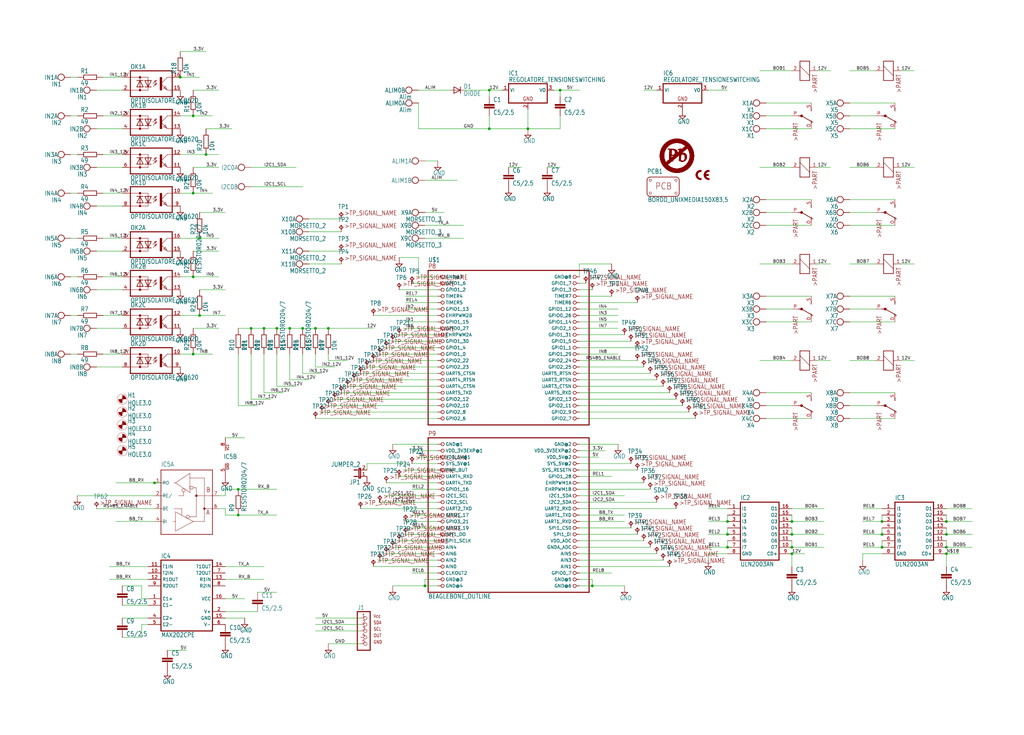
<source format=kicad_sch>
(kicad_sch (version 20211123) (generator eeschema)
  (paper "User" 404.012 290.093)
  (lib_symbols
    (symbol "osso-eagle-import:BEAGLEBONE_OUTLINE"
      (property "Value" "BEAGLEBONE_OUTLINE" (at -31.75 -66.04 0))
      (symbol "BEAGLEBONE_OUTLINE_1_0"
        (text "P8" (at -31.75 64.135 0) (effects (font (size 1.778 1.5113)) (justify left bottom)))
        (text "P9" (at -31.75 -1.905 0) (effects (font (size 1.778 1.5113)) (justify left bottom)))
        (pin power_in inverted (at -27.94 60.96 0) (length 2.54) (name "GND@7") (number "1"))
        (pin passive inverted (at 27.94 50.8 180) (length 2.54) (name "TIMER6") (number "10"))
        (pin passive inverted (at -27.94 48.26 0) (length 2.54) (name "GPIO1_13") (number "11"))
        (pin passive inverted (at 27.94 48.26 180) (length 2.54) (name "GPIO1_12") (number "12"))
        (pin passive inverted (at -27.94 45.72 0) (length 2.54) (name "EHRPWM2B") (number "13"))
        (pin passive inverted (at 27.94 45.72 180) (length 2.54) (name "GPIO0_26") (number "14"))
        (pin passive inverted (at -27.94 43.18 0) (length 2.54) (name "GPIO1_15") (number "15"))
        (pin passive inverted (at 27.94 43.18 180) (length 2.54) (name "GPIO1_14") (number "16"))
        (pin passive inverted (at -27.94 40.64 0) (length 2.54) (name "GPIO0_27") (number "17"))
        (pin passive inverted (at 27.94 40.64 180) (length 2.54) (name "GPIO2_1") (number "18"))
        (pin passive inverted (at -27.94 38.1 0) (length 2.54) (name "EHRPWM2A") (number "19"))
        (pin power_in inverted (at 27.94 60.96 180) (length 2.54) (name "GND@8") (number "2"))
        (pin passive inverted (at 27.94 38.1 180) (length 2.54) (name "GPIO1_31") (number "20"))
        (pin passive inverted (at -27.94 35.56 0) (length 2.54) (name "GPIO1_30") (number "21"))
        (pin passive inverted (at 27.94 35.56 180) (length 2.54) (name "GPIO1_5") (number "22"))
        (pin passive inverted (at -27.94 33.02 0) (length 2.54) (name "GPIO1_4") (number "23"))
        (pin passive inverted (at 27.94 33.02 180) (length 2.54) (name "GPIO1_1") (number "24"))
        (pin passive inverted (at -27.94 30.48 0) (length 2.54) (name "GPIO1_0") (number "25"))
        (pin passive inverted (at 27.94 30.48 180) (length 2.54) (name "GPIO1_29") (number "26"))
        (pin passive inverted (at -27.94 27.94 0) (length 2.54) (name "GPIO2_22") (number "27"))
        (pin passive inverted (at 27.94 27.94 180) (length 2.54) (name "GPIO2_24") (number "28"))
        (pin passive inverted (at -27.94 25.4 0) (length 2.54) (name "GPIO2_23") (number "29"))
        (pin passive inverted (at -27.94 58.42 0) (length 2.54) (name "GPIO1_6") (number "3"))
        (pin passive inverted (at 27.94 25.4 180) (length 2.54) (name "GPIO2_25") (number "30"))
        (pin passive inverted (at -27.94 22.86 0) (length 2.54) (name "UART5_CTSN") (number "31"))
        (pin passive inverted (at 27.94 22.86 180) (length 2.54) (name "UART5_RTSN") (number "32"))
        (pin passive inverted (at -27.94 20.32 0) (length 2.54) (name "UART4_RTSN") (number "33"))
        (pin passive inverted (at 27.94 20.32 180) (length 2.54) (name "UART3_RTSN") (number "34"))
        (pin passive inverted (at -27.94 17.78 0) (length 2.54) (name "UART4_CTSN") (number "35"))
        (pin passive inverted (at 27.94 17.78 180) (length 2.54) (name "UART3_CTSN") (number "36"))
        (pin passive inverted (at -27.94 15.24 0) (length 2.54) (name "UART5_TXD") (number "37"))
        (pin passive inverted (at 27.94 15.24 180) (length 2.54) (name "UART5_RXD") (number "38"))
        (pin passive inverted (at -27.94 12.7 0) (length 2.54) (name "GPIO2_12") (number "39"))
        (pin passive inverted (at 27.94 58.42 180) (length 2.54) (name "GPIO1_7") (number "4"))
        (pin passive inverted (at 27.94 12.7 180) (length 2.54) (name "GPIO2_13") (number "40"))
        (pin passive inverted (at -27.94 10.16 0) (length 2.54) (name "GPIO2_10") (number "41"))
        (pin passive inverted (at 27.94 10.16 180) (length 2.54) (name "GPIO2_11") (number "42"))
        (pin passive inverted (at -27.94 7.62 0) (length 2.54) (name "GPIO2_8") (number "43"))
        (pin passive inverted (at 27.94 7.62 180) (length 2.54) (name "GPIO2_9") (number "44"))
        (pin passive inverted (at -27.94 5.08 0) (length 2.54) (name "GPIO2_6") (number "45"))
        (pin passive inverted (at 27.94 5.08 180) (length 2.54) (name "GPIO2_7") (number "46"))
        (pin power_in inverted (at -27.94 -5.08 0) (length 2.54) (name "GND@1") (number "47"))
        (pin power_in inverted (at 27.94 -5.08 180) (length 2.54) (name "GND@2") (number "48"))
        (pin power_in inverted (at -27.94 -7.62 0) (length 2.54) (name "VDD_3V3EXP@1") (number "49"))
        (pin passive inverted (at -27.94 55.88 0) (length 2.54) (name "GPIO1_2") (number "5"))
        (pin power_in inverted (at 27.94 -7.62 180) (length 2.54) (name "VDD_3V3EXP@2") (number "50"))
        (pin power_in inverted (at -27.94 -10.16 0) (length 2.54) (name "VDD_5V@1") (number "51"))
        (pin power_in inverted (at 27.94 -10.16 180) (length 2.54) (name "VDD_5V@2") (number "52"))
        (pin power_in inverted (at -27.94 -12.7 0) (length 2.54) (name "SYS_5V@1") (number "53"))
        (pin passive inverted (at 27.94 -12.7 180) (length 2.54) (name "SYS_5V@2") (number "54"))
        (pin passive inverted (at -27.94 -15.24 0) (length 2.54) (name "PWR_BUT") (number "55"))
        (pin passive inverted (at 27.94 -15.24 180) (length 2.54) (name "SYS_RESETN") (number "56"))
        (pin passive inverted (at -27.94 -17.78 0) (length 2.54) (name "UART4_RXD") (number "57"))
        (pin passive inverted (at 27.94 -17.78 180) (length 2.54) (name "GPIO1_28") (number "58"))
        (pin passive inverted (at -27.94 -20.32 0) (length 2.54) (name "UART4_TXD") (number "59"))
        (pin passive inverted (at 27.94 55.88 180) (length 2.54) (name "GPIO1_3") (number "6"))
        (pin passive inverted (at 27.94 -20.32 180) (length 2.54) (name "EHRPWM1A") (number "60"))
        (pin passive inverted (at -27.94 -22.86 0) (length 2.54) (name "GPIO1_16") (number "61"))
        (pin passive inverted (at 27.94 -22.86 180) (length 2.54) (name "EHRPWM1B") (number "62"))
        (pin passive inverted (at -27.94 -25.4 0) (length 2.54) (name "I2C1_SCL") (number "63"))
        (pin passive inverted (at 27.94 -25.4 180) (length 2.54) (name "I2C1_SDA") (number "64"))
        (pin passive inverted (at -27.94 -27.94 0) (length 2.54) (name "I2C2_SCL") (number "65"))
        (pin passive inverted (at 27.94 -27.94 180) (length 2.54) (name "I2C2_SDA") (number "66"))
        (pin passive inverted (at -27.94 -30.48 0) (length 2.54) (name "UART2_TXD") (number "67"))
        (pin passive inverted (at 27.94 -30.48 180) (length 2.54) (name "UART2_RXD") (number "68"))
        (pin passive inverted (at -27.94 -33.02 0) (length 2.54) (name "GPIO1_17") (number "69"))
        (pin passive inverted (at -27.94 53.34 0) (length 2.54) (name "TIMER4") (number "7"))
        (pin passive inverted (at 27.94 -33.02 180) (length 2.54) (name "UART1_TXD") (number "70"))
        (pin passive inverted (at -27.94 -35.56 0) (length 2.54) (name "GPIO3_21") (number "71"))
        (pin passive inverted (at 27.94 -35.56 180) (length 2.54) (name "UART1_RXD") (number "72"))
        (pin passive inverted (at -27.94 -38.1 0) (length 2.54) (name "GPIO3_19") (number "73"))
        (pin passive inverted (at 27.94 -38.1 180) (length 2.54) (name "SPI1_CS0") (number "74"))
        (pin passive inverted (at -27.94 -40.64 0) (length 2.54) (name "SPI1_DO") (number "75"))
        (pin passive inverted (at 27.94 -40.64 180) (length 2.54) (name "SPI1_DI") (number "76"))
        (pin passive inverted (at -27.94 -43.18 0) (length 2.54) (name "SPI1_SCLK") (number "77"))
        (pin passive inverted (at 27.94 -43.18 180) (length 2.54) (name "VDD_ADC") (number "78"))
        (pin passive inverted (at -27.94 -45.72 0) (length 2.54) (name "AIN4") (number "79"))
        (pin passive inverted (at 27.94 53.34 180) (length 2.54) (name "TIMER7") (number "8"))
        (pin passive inverted (at 27.94 -45.72 180) (length 2.54) (name "GNDA_ADC") (number "80"))
        (pin passive inverted (at -27.94 -48.26 0) (length 2.54) (name "AIN6") (number "81"))
        (pin passive inverted (at 27.94 -48.26 180) (length 2.54) (name "AIN5") (number "82"))
        (pin passive inverted (at -27.94 -50.8 0) (length 2.54) (name "AIN2") (number "83"))
        (pin passive inverted (at 27.94 -50.8 180) (length 2.54) (name "AIN3") (number "84"))
        (pin power_in inverted (at -27.94 -53.34 0) (length 2.54) (name "AIN0") (number "85"))
        (pin passive inverted (at 27.94 -53.34 180) (length 2.54) (name "AIN1") (number "86"))
        (pin input inverted (at -27.94 -55.88 0) (length 2.54) (name "CLKOUT2") (number "87"))
        (pin passive inverted (at 27.94 -55.88 180) (length 2.54) (name "GPIO0_7") (number "88"))
        (pin power_in inverted (at -27.94 -58.42 0) (length 2.54) (name "GND@3") (number "89"))
        (pin passive inverted (at -27.94 50.8 0) (length 2.54) (name "TIMER5") (number "9"))
        (pin power_in inverted (at 27.94 -58.42 180) (length 2.54) (name "GND@5") (number "90"))
        (pin power_in inverted (at -27.94 -60.96 0) (length 2.54) (name "GND@4") (number "91"))
        (pin power_in inverted (at 27.94 -60.96 180) (length 2.54) (name "GND@6") (number "92"))
      )
    )
    (symbol "osso-eagle-import:BORDO_UNIXMEDIA150X83,5"
      (property "Reference" "PCB" (at -6.35 5.08 0))
      (property "Value" "BORDO_UNIXMEDIA150X83,5" (at -6.096 -6.096 0))
      (symbol "BORDO_UNIXMEDIA150X83,5_1_0"
        (text "PCB" (at -3.175 -1.27 0) (effects (font (size 2.54 2.159)) (justify left bottom)))
      )
    )
    (symbol "osso-eagle-import:C5{slash}2.5"
      (property "Reference" "C" (at 1.524 0.381 0))
      (property "Value" "C5{slash}2.5" (at 1.524 -4.699 0))
      (symbol "C5{slash}2.5_1_0"
        (pin passive line (at 0 2.54 270) (length 2.54) (name "1") (number "1"))
        (pin passive line (at 0 -5.08 90) (length 2.54) (name "2") (number "2"))
      )
    )
    (symbol "osso-eagle-import:CE-MARK")
    (symbol "osso-eagle-import:DIODE"
      (property "Reference" "D" (at 2.54 0.4826 0))
      (property "Value" "DIODE" (at 2.54 -2.3114 0))
      (symbol "DIODE_1_0"
        (pin passive line (at -2.54 0 0) (length 2.54) (name "A") (number "A"))
        (pin passive line (at 2.54 0 180) (length 2.54) (name "C") (number "C"))
      )
    )
    (symbol "osso-eagle-import:GND" (power)
      (property "Value" "GND" (at -1.905 -3.175 0))
      (symbol "GND_1_0"
        (pin power_in line (at 0 2.54 270) (length 2.54) (name "GND") (number "1"))
      )
    )
    (symbol "osso-eagle-import:HOLE3.0"
      (property "Reference" "H" (at 2.032 0.5842 0))
      (property "Value" "HOLE3.0" (at 2.032 -2.4638 0))
    )
    (symbol "osso-eagle-import:JUMPER_2"
      (property "Reference" "JP" (at -1.27 0 90))
      (property "Value" "JUMPER_2" (at 5.715 0 90))
      (symbol "JUMPER_2_1_0"
        (pin passive line (at 0 -2.54 90) (length 2.54) (name "1") (number "1"))
        (pin passive line (at 2.54 -2.54 90) (length 2.54) (name "2") (number "2"))
      )
    )
    (symbol "osso-eagle-import:MAX202CPE"
      (property "Reference" "IC" (at -10.16 13.335 0))
      (property "Value" "MAX202CPE" (at -10.16 -17.78 0))
      (symbol "MAX202CPE_1_0"
        (pin passive line (at -15.24 -2.54 0) (length 5.08) (name "C1+") (number "1"))
        (pin input line (at -15.24 7.62 0) (length 5.08) (name "T2IN") (number "10"))
        (pin input line (at -15.24 10.16 0) (length 5.08) (name "T1IN") (number "11"))
        (pin output line (at -15.24 5.08 0) (length 5.08) (name "R1OUT") (number "12"))
        (pin input line (at 15.24 5.08 180) (length 5.08) (name "R1IN") (number "13"))
        (pin output line (at 15.24 10.16 180) (length 5.08) (name "T1OUT") (number "14"))
        (pin power_in line (at 15.24 -10.16 180) (length 5.08) (name "GND") (number "15"))
        (pin power_in line (at 15.24 -2.54 180) (length 5.08) (name "VCC") (number "16"))
        (pin power_in line (at 15.24 -7.62 180) (length 5.08) (name "V+") (number "2"))
        (pin passive line (at -15.24 -5.08 0) (length 5.08) (name "C1-") (number "3"))
        (pin passive line (at -15.24 -10.16 0) (length 5.08) (name "C2+") (number "4"))
        (pin passive line (at -15.24 -12.7 0) (length 5.08) (name "C2-") (number "5"))
        (pin power_in line (at 15.24 -12.7 180) (length 5.08) (name "V-") (number "6"))
        (pin output line (at 15.24 7.62 180) (length 5.08) (name "T2OUT") (number "7"))
        (pin input line (at 15.24 2.54 180) (length 5.08) (name "R2IN") (number "8"))
        (pin output line (at -15.24 2.54 0) (length 5.08) (name "R2OUT") (number "9"))
      )
    )
    (symbol "osso-eagle-import:MAX481CPA"
      (property "Reference" "IC" (at -0.762 -0.762 0))
      (symbol "MAX481CPA_1_0"
        (text "A" (at 7.62 -5.08 0) (effects (font (size 1.778 1.5113)) (justify left bottom)))
        (text "B" (at 7.62 3.81 0) (effects (font (size 1.778 1.5113)) (justify left bottom)))
        (pin output line (at -12.7 7.62 0) (length 2.54) (name "RO") (number "1"))
        (pin input line (at -12.7 2.54 0) (length 2.54) (name "RE/") (number "2"))
        (pin input line (at -12.7 -2.54 0) (length 2.54) (name "DE") (number "3"))
        (pin input line (at -12.7 -7.62 0) (length 2.54) (name "DI") (number "4"))
        (pin passive line (at 12.7 -2.54 180) (length 2.54) (name "A") (number "6"))
        (pin passive line (at 12.7 2.54 180) (length 2.54) (name "B") (number "7"))
      )
      (symbol "MAX481CPA_2_0"
        (text "GND" (at 1.524 -5.08 900) (effects (font (size 1.016 0.8636)) (justify left bottom)))
        (text "VCC" (at 1.524 2.54 900) (effects (font (size 1.016 0.8636)) (justify left bottom)))
        (pin power_in line (at 0 -7.62 90) (length 5.08) (name "GND") (number "5"))
        (pin power_in line (at 0 7.62 270) (length 5.08) (name "VCC") (number "8"))
      )
    )
    (symbol "osso-eagle-import:MORSETTO_2"
      (property "Reference" "X" (at 0 0.889 0))
      (property "Value" "MORSETTO_2" (at -2.54 -3.683 0))
      (symbol "MORSETTO_2_1_0"
        (pin passive line (at 5.08 0 180) (length 2.54) (name "KL") (number "1"))
      )
      (symbol "MORSETTO_2_2_0"
        (pin passive line (at 5.08 0 180) (length 2.54) (name "KL") (number "2"))
      )
    )
    (symbol "osso-eagle-import:MORSETTO_3"
      (property "Reference" "X" (at 0 0.889 0))
      (property "Value" "MORSETTO_3" (at -2.54 -3.683 0))
      (symbol "MORSETTO_3_1_0"
        (pin passive line (at 5.08 0 180) (length 2.54) (name "KL") (number "1"))
      )
      (symbol "MORSETTO_3_2_0"
        (pin passive line (at 5.08 0 180) (length 2.54) (name "KL") (number "2"))
      )
      (symbol "MORSETTO_3_3_0"
        (pin passive line (at 5.08 0 180) (length 2.54) (name "KL") (number "3"))
      )
    )
    (symbol "osso-eagle-import:OPTOISOLATORE_ILQ620"
      (property "Reference" "OK" (at -6.985 5.715 0))
      (property "Value" "OPTOISOLATORE_ILQ620" (at -6.985 -7.62 0))
      (symbol "OPTOISOLATORE_ILQ620_1_0"
        (pin passive line (at -10.16 2.54 0) (length 2.54) (name "AC1") (number "1"))
        (pin passive line (at 12.7 -2.54 180) (length 2.54) (name "E") (number "15"))
        (pin passive line (at 12.7 2.54 180) (length 2.54) (name "C") (number "16"))
        (pin passive line (at -10.16 -2.54 0) (length 2.54) (name "AC2") (number "2"))
      )
      (symbol "OPTOISOLATORE_ILQ620_2_0"
        (pin passive line (at 12.7 -2.54 180) (length 2.54) (name "E") (number "13"))
        (pin passive line (at 12.7 2.54 180) (length 2.54) (name "C") (number "14"))
        (pin passive line (at -10.16 2.54 0) (length 2.54) (name "AC1") (number "3"))
        (pin passive line (at -10.16 -2.54 0) (length 2.54) (name "AC2") (number "4"))
      )
      (symbol "OPTOISOLATORE_ILQ620_3_0"
        (pin passive line (at 12.7 -2.54 180) (length 2.54) (name "E") (number "11"))
        (pin passive line (at 12.7 2.54 180) (length 2.54) (name "C") (number "12"))
        (pin passive line (at -10.16 2.54 0) (length 2.54) (name "AC1") (number "5"))
        (pin passive line (at -10.16 -2.54 0) (length 2.54) (name "AC2") (number "6"))
      )
      (symbol "OPTOISOLATORE_ILQ620_4_0"
        (pin passive line (at 12.7 2.54 180) (length 2.54) (name "C") (number "10"))
        (pin passive line (at -10.16 2.54 0) (length 2.54) (name "AC1") (number "7"))
        (pin passive line (at -10.16 -2.54 0) (length 2.54) (name "AC2") (number "8"))
        (pin passive line (at 12.7 -2.54 180) (length 2.54) (name "E") (number "9"))
      )
    )
    (symbol "osso-eagle-import:PB-MARK")
    (symbol "osso-eagle-import:REGOLATORE_TENSIONESWITCHING"
      (property "Reference" "IC" (at -7.62 5.715 0))
      (property "Value" "REGOLATORE_TENSIONESWITCHING" (at -7.62 3.175 0))
      (symbol "REGOLATORE_TENSIONESWITCHING_1_0"
        (text "GND" (at -2.032 -4.318 0) (effects (font (size 1.524 1.2954)) (justify left bottom)))
        (pin input line (at -10.16 0 0) (length 2.54) (name "VI") (number "1"))
        (pin passive line (at 0 -7.62 90) (length 2.54) (name "GND") (number "2"))
        (pin passive line (at 10.16 0 180) (length 2.54) (name "VO") (number "3"))
      )
    )
    (symbol "osso-eagle-import:RELAY"
      (symbol "RELAY_1_0"
        (text ">PART" (at 1.27 5.08 0) (effects (font (size 1.778 1.5113)) (justify left bottom)))
        (pin passive line (at 0 5.08 270) (length 2.54) (name "1") (number "1"))
        (pin passive line (at 0 -5.08 90) (length 2.54) (name "2") (number "2"))
      )
      (symbol "RELAY_2_0"
        (text ">PART" (at 2.54 0 0) (effects (font (size 1.778 1.5113)) (justify left bottom)))
        (pin passive line (at 5.08 5.08 180) (length 2.54) (name "O") (number "O"))
        (pin passive line (at 0 -2.54 90) (length 2.54) (name "P") (number "P"))
        (pin passive line (at -5.08 5.08 0) (length 2.54) (name "S") (number "S"))
      )
    )
    (symbol "osso-eagle-import:RESISTOR0204{slash}7"
      (property "Reference" "R" (at -3.81 1.4986 0))
      (property "Value" "RESISTOR0204{slash}7" (at -3.81 -3.302 0))
      (symbol "RESISTOR0204{slash}7_1_0"
        (pin passive line (at -5.08 0 0) (length 2.54) (name "1") (number "1"))
        (pin passive line (at 5.08 0 180) (length 2.54) (name "2") (number "2"))
      )
    )
    (symbol "osso-eagle-import:RTC_MICROROBOT_ALGOZINO-PTH"
      (property "Reference" "J" (at -1.27 8.255 0))
      (symbol "RTC_MICROROBOT_ALGOZINO-PTH_1_0"
        (text "GND" (at 5.08 -5.08 0) (effects (font (size 1.27 1.0795)) (justify left bottom)))
        (text "OUT" (at 5.08 -2.54 0) (effects (font (size 1.27 1.0795)) (justify left bottom)))
        (text "SCL" (at 5.08 0 0) (effects (font (size 1.27 1.0795)) (justify left bottom)))
        (text "SDA" (at 5.08 2.54 0) (effects (font (size 1.27 1.0795)) (justify left bottom)))
        (text "Vcc" (at 5.08 5.08 0) (effects (font (size 1.27 1.0795)) (justify left bottom)))
        (pin bidirectional inverted (at 0 5.08 0) (length 2.54) (name "1") (number "1"))
        (pin bidirectional inverted (at 0 2.54 0) (length 2.54) (name "2") (number "2"))
        (pin bidirectional inverted (at 0 0 0) (length 2.54) (name "3") (number "3"))
        (pin bidirectional inverted (at 0 -2.54 0) (length 2.54) (name "4") (number "4"))
        (pin bidirectional inverted (at 0 -5.08 0) (length 2.54) (name "5") (number "5"))
      )
    )
    (symbol "osso-eagle-import:TPPAD1-13"
      (property "Reference" "TP" (at -1.27 1.27 0))
      (symbol "TPPAD1-13_1_0"
        (text ">TP_SIGNAL_NAME" (at 1.27 -1.27 0) (effects (font (size 1.778 1.5113)) (justify left bottom)))
        (pin input line (at 0 -2.54 90) (length 2.54) (name "TP") (number "TP"))
      )
    )
    (symbol "osso-eagle-import:ULN2003AN"
      (property "Reference" "IC" (at -7.62 10.922 0))
      (property "Value" "ULN2003AN" (at -7.62 -15.24 0))
      (symbol "ULN2003AN_1_0"
        (pin input line (at -12.7 7.62 0) (length 5.08) (name "I1") (number "1"))
        (pin open_collector line (at 12.7 -7.62 180) (length 5.08) (name "O7") (number "10"))
        (pin open_collector line (at 12.7 -5.08 180) (length 5.08) (name "O6") (number "11"))
        (pin open_collector line (at 12.7 -2.54 180) (length 5.08) (name "O5") (number "12"))
        (pin open_collector line (at 12.7 0 180) (length 5.08) (name "O4") (number "13"))
        (pin open_collector line (at 12.7 2.54 180) (length 5.08) (name "O3") (number "14"))
        (pin open_collector line (at 12.7 5.08 180) (length 5.08) (name "O2") (number "15"))
        (pin open_collector line (at 12.7 7.62 180) (length 5.08) (name "O1") (number "16"))
        (pin input line (at -12.7 5.08 0) (length 5.08) (name "I2") (number "2"))
        (pin input line (at -12.7 2.54 0) (length 5.08) (name "I3") (number "3"))
        (pin input line (at -12.7 0 0) (length 5.08) (name "I4") (number "4"))
        (pin input line (at -12.7 -2.54 0) (length 5.08) (name "I5") (number "5"))
        (pin input line (at -12.7 -5.08 0) (length 5.08) (name "I6") (number "6"))
        (pin input line (at -12.7 -7.62 0) (length 5.08) (name "I7") (number "7"))
        (pin power_in line (at -12.7 -10.16 0) (length 5.08) (name "GND") (number "8"))
        (pin passive line (at 12.7 -10.16 180) (length 5.08) (name "CD+") (number "9"))
      )
    )
  )
  (junction (at 124.46 129.54))
  (junction (at 129.54 129.54))
  (junction (at 193.04 35.56))
  (junction (at 208.28 50.8))
  (junction (at 287.02 215.9))
  (junction (at 76.2 76.2))
  (junction (at 109.22 129.54))
  (junction (at 119.38 129.54))
  (junction (at 312.42 218.44))
  (junction (at 114.3 129.54))
  (junction (at 193.04 50.8))
  (junction (at 93.98 203.2))
  (junction (at 373.38 215.9))
  (junction (at 312.42 205.74))
  (junction (at 373.38 218.44))
  (junction (at 81.28 60.96))
  (junction (at 71.12 30.48))
  (junction (at 312.42 210.82))
  (junction (at 220.98 35.56))
  (junction (at 76.2 109.22))
  (junction (at 373.38 205.74))
  (junction (at 78.74 93.98))
  (junction (at 104.14 129.54))
  (junction (at 167.64 231.14))
  (junction (at 373.38 210.82))
  (junction (at 99.06 129.54))
  (junction (at 60.96 190.5))
  (junction (at 347.98 205.74))
  (junction (at 347.98 210.82))
  (junction (at 347.98 215.9))
  (junction (at 93.98 193.04))
  (junction (at 312.42 215.9))
  (junction (at 76.2 45.72))
  (junction (at 76.2 139.7))
  (junction (at 78.74 124.46))
  (junction (at 233.68 231.14))
  (junction (at 287.02 205.74))
  (junction (at 287.02 210.82))
  (wire (pts (xy 167.64 228.6) (xy 172.72 228.6)))
  (wire (pts (xy 104.14 129.54) (xy 109.22 129.54)))
  (wire (pts (xy 134.62 91.44) (xy 121.92 91.44)))
  (wire (pts (xy 76.2 109.22) (xy 86.36 109.22)))
  (wire (pts (xy 27.94 60.96) (xy 30.48 60.96)))
  (wire (pts (xy 40.64 139.7) (xy 48.26 139.7)))
  (wire (pts (xy 259.08 149.86) (xy 228.6 149.86)))
  (wire (pts (xy 99.06 139.7) (xy 99.06 157.48)))
  (wire (pts (xy 71.12 76.2) (xy 76.2 76.2)))
  (wire (pts (xy 119.38 147.32) (xy 127 147.32)))
  (wire (pts (xy 71.12 124.46) (xy 78.74 124.46)))
  (wire (pts (xy 160.02 185.42) (xy 172.72 185.42)))
  (wire (pts (xy 40.64 76.2) (xy 48.26 76.2)))
  (wire (pts (xy 71.12 60.96) (xy 81.28 60.96)))
  (wire (pts (xy 160.02 116.84) (xy 172.72 116.84)))
  (wire (pts (xy 172.72 218.44) (xy 152.4 218.44)))
  (wire (pts (xy 78.74 93.98) (xy 86.36 93.98)))
  (wire (pts (xy 172.72 195.58) (xy 152.4 195.58)))
  (wire (pts (xy 287.02 213.36) (xy 287.02 215.9)))
  (wire (pts (xy 99.06 129.54) (xy 104.14 129.54)))
  (wire (pts (xy 162.56 226.06) (xy 172.72 226.06)))
  (wire (pts (xy 165.1 50.8) (xy 165.1 40.64)))
  (wire (pts (xy 48.26 99.06) (xy 38.1 99.06)))
  (wire (pts (xy 322.58 66.04) (xy 327.66 66.04)))
  (wire (pts (xy 40.64 93.98) (xy 48.26 93.98)))
  (wire (pts (xy 373.38 223.52) (xy 373.38 218.44)))
  (wire (pts (xy 172.72 165.1) (xy 124.46 165.1)))
  (wire (pts (xy 228.6 139.7) (xy 243.84 139.7)))
  (wire (pts (xy 302.26 165.1) (xy 320.04 165.1)))
  (wire (pts (xy 88.9 172.72) (xy 96.52 172.72)))
  (wire (pts (xy 134.62 99.06) (xy 121.92 99.06)))
  (wire (pts (xy 302.26 40.64) (xy 320.04 40.64)))
  (wire (pts (xy 76.2 76.2) (xy 83.82 76.2)))
  (wire (pts (xy 93.98 193.04) (xy 109.22 193.04)))
  (wire (pts (xy 172.72 147.32) (xy 142.24 147.32)))
  (wire (pts (xy 325.12 205.74) (xy 312.42 205.74)))
  (wire (pts (xy 345.44 104.14) (xy 335.28 104.14)))
  (wire (pts (xy 302.26 88.9) (xy 320.04 88.9)))
  (wire (pts (xy 27.94 124.46) (xy 30.48 124.46)))
  (wire (pts (xy 43.18 223.52) (xy 58.42 223.52)))
  (wire (pts (xy 124.46 144.78) (xy 132.08 144.78)))
  (wire (pts (xy 172.72 220.98) (xy 149.86 220.98)))
  (wire (pts (xy 27.94 93.98) (xy 30.48 93.98)))
  (wire (pts (xy 312.42 142.24) (xy 299.72 142.24)))
  (wire (pts (xy 172.72 200.66) (xy 142.24 200.66)))
  (wire (pts (xy 228.6 185.42) (xy 251.46 185.42)))
  (wire (pts (xy 172.72 142.24) (xy 147.32 142.24)))
  (wire (pts (xy 287.02 218.44) (xy 279.4 218.44)))
  (wire (pts (xy 246.38 231.14) (xy 233.68 231.14)))
  (wire (pts (xy 228.6 208.28) (xy 248.92 208.28)))
  (wire (pts (xy 182.88 35.56) (xy 193.04 35.56)))
  (wire (pts (xy 162.56 208.28) (xy 172.72 208.28)))
  (wire (pts (xy 228.6 198.12) (xy 259.08 198.12)))
  (wire (pts (xy 335.28 45.72) (xy 345.44 45.72)))
  (wire (pts (xy 200.66 66.04) (xy 205.74 66.04)))
  (wire (pts (xy 172.72 210.82) (xy 160.02 210.82)))
  (wire (pts (xy 261.62 220.98) (xy 228.6 220.98)))
  (wire (pts (xy 228.6 193.04) (xy 256.54 193.04)))
  (wire (pts (xy 172.72 139.7) (xy 149.86 139.7)))
  (wire (pts (xy 76.2 45.72) (xy 83.82 45.72)))
  (wire (pts (xy 88.9 83.82) (xy 78.74 83.82)))
  (wire (pts (xy 193.04 35.56) (xy 198.12 35.56)))
  (wire (pts (xy 48.26 50.8) (xy 38.1 50.8)))
  (wire (pts (xy 312.42 218.44) (xy 317.5 218.44)))
  (wire (pts (xy 233.68 114.3) (xy 228.6 114.3)))
  (wire (pts (xy 322.58 27.94) (xy 327.66 27.94)))
  (wire (pts (xy 251.46 119.38) (xy 228.6 119.38)))
  (wire (pts (xy 160.02 127) (xy 172.72 127)))
  (wire (pts (xy 27.94 109.22) (xy 30.48 109.22)))
  (wire (pts (xy 167.64 71.12) (xy 180.34 71.12)))
  (wire (pts (xy 228.6 129.54) (xy 243.84 129.54)))
  (wire (pts (xy 383.54 215.9) (xy 373.38 215.9)))
  (wire (pts (xy 71.12 139.7) (xy 76.2 139.7)))
  (wire (pts (xy 124.46 246.38) (xy 142.24 246.38)))
  (wire (pts (xy 251.46 210.82) (xy 228.6 210.82)))
  (wire (pts (xy 114.3 139.7) (xy 114.3 149.86)))
  (wire (pts (xy 355.6 104.14) (xy 360.68 104.14)))
  (wire (pts (xy 99.06 157.48) (xy 106.68 157.48)))
  (wire (pts (xy 335.28 165.1) (xy 353.06 165.1)))
  (wire (pts (xy 109.22 152.4) (xy 116.84 152.4)))
  (wire (pts (xy 134.62 86.36) (xy 121.92 86.36)))
  (wire (pts (xy 114.3 129.54) (xy 119.38 129.54)))
  (wire (pts (xy 347.98 205.74) (xy 347.98 203.2)))
  (wire (pts (xy 160.02 182.88) (xy 144.78 182.88)))
  (wire (pts (xy 254 35.56) (xy 259.08 35.56)))
  (wire (pts (xy 345.44 66.04) (xy 335.28 66.04)))
  (wire (pts (xy 165.1 180.34) (xy 172.72 180.34)))
  (wire (pts (xy 269.24 160.02) (xy 228.6 160.02)))
  (wire (pts (xy 373.38 203.2) (xy 373.38 205.74)))
  (wire (pts (xy 312.42 27.94) (xy 299.72 27.94)))
  (wire (pts (xy 88.9 243.84) (xy 96.52 243.84)))
  (wire (pts (xy 86.36 99.06) (xy 76.2 99.06)))
  (wire (pts (xy 274.32 165.1) (xy 228.6 165.1)))
  (wire (pts (xy 233.68 231.14) (xy 233.68 228.6)))
  (wire (pts (xy 86.36 129.54) (xy 76.2 129.54)))
  (wire (pts (xy 220.98 45.72) (xy 220.98 50.8)))
  (wire (pts (xy 165.1 50.8) (xy 193.04 50.8)))
  (wire (pts (xy 172.72 205.74) (xy 160.02 205.74)))
  (wire (pts (xy 109.22 139.7) (xy 109.22 152.4)))
  (wire (pts (xy 322.58 142.24) (xy 327.66 142.24)))
  (wire (pts (xy 383.54 205.74) (xy 373.38 205.74)))
  (wire (pts (xy 172.72 198.12) (xy 149.86 198.12)))
  (wire (pts (xy 228.6 127) (xy 243.84 127)))
  (wire (pts (xy 335.28 116.84) (xy 353.06 116.84)))
  (wire (pts (xy 287.02 215.9) (xy 279.4 215.9)))
  (wire (pts (xy 335.28 154.94) (xy 353.06 154.94)))
  (wire (pts (xy 256.54 215.9) (xy 228.6 215.9)))
  (wire (pts (xy 172.72 213.36) (xy 157.48 213.36)))
  (wire (pts (xy 60.96 195.58) (xy 30.48 195.58)))
  (wire (pts (xy 355.6 27.94) (xy 360.68 27.94)))
  (wire (pts (xy 81.28 20.32) (xy 71.12 20.32)))
  (wire (pts (xy 60.96 190.5) (xy 63.5 190.5)))
  (wire (pts (xy 373.38 208.28) (xy 373.38 210.82)))
  (wire (pts (xy 241.3 226.06) (xy 228.6 226.06)))
  (wire (pts (xy 165.1 101.6) (xy 157.48 101.6)))
  (wire (pts (xy 302.26 154.94) (xy 320.04 154.94)))
  (wire (pts (xy 88.9 193.04) (xy 93.98 193.04)))
  (wire (pts (xy 220.98 38.1) (xy 220.98 35.56)))
  (wire (pts (xy 129.54 142.24) (xy 129.54 139.7)))
  (wire (pts (xy 312.42 203.2) (xy 312.42 205.74)))
  (wire (pts (xy 241.3 187.96) (xy 228.6 187.96)))
  (wire (pts (xy 254 144.78) (xy 228.6 144.78)))
  (wire (pts (xy 345.44 27.94) (xy 335.28 27.94)))
  (wire (pts (xy 45.72 205.74) (xy 60.96 205.74)))
  (wire (pts (xy 193.04 45.72) (xy 193.04 50.8)))
  (wire (pts (xy 172.72 111.76) (xy 162.56 111.76)))
  (wire (pts (xy 228.6 203.2) (xy 246.38 203.2)))
  (wire (pts (xy 88.9 203.2) (xy 93.98 203.2)))
  (wire (pts (xy 55.88 251.46) (xy 48.26 251.46)))
  (wire (pts (xy 40.64 124.46) (xy 48.26 124.46)))
  (wire (pts (xy 340.36 210.82) (xy 347.98 210.82)))
  (wire (pts (xy 88.9 200.66) (xy 88.9 203.2)))
  (wire (pts (xy 48.26 66.04) (xy 38.1 66.04)))
  (wire (pts (xy 172.72 231.14) (xy 167.64 231.14)))
  (wire (pts (xy 60.96 200.66) (xy 38.1 200.66)))
  (wire (pts (xy 81.28 60.96) (xy 86.36 60.96)))
  (wire (pts (xy 88.9 223.52) (xy 104.14 223.52)))
  (wire (pts (xy 129.54 142.24) (xy 137.16 142.24)))
  (wire (pts (xy 99.06 66.04) (xy 116.84 66.04)))
  (wire (pts (xy 302.26 121.92) (xy 312.42 121.92)))
  (wire (pts (xy 228.6 190.5) (xy 254 190.5)))
  (wire (pts (xy 312.42 223.52) (xy 312.42 218.44)))
  (wire (pts (xy 220.98 35.56) (xy 228.6 35.56)))
  (wire (pts (xy 218.44 35.56) (xy 220.98 35.56)))
  (wire (pts (xy 325.12 200.66) (xy 312.42 200.66)))
  (wire (pts (xy 264.16 223.52) (xy 228.6 223.52)))
  (wire (pts (xy 93.98 203.2) (xy 109.22 203.2)))
  (wire (pts (xy 302.26 83.82) (xy 312.42 83.82)))
  (wire (pts (xy 142.24 254) (xy 129.54 254)))
  (wire (pts (xy 43.18 228.6) (xy 58.42 228.6)))
  (wire (pts (xy 172.72 175.26) (xy 154.94 175.26)))
  (wire (pts (xy 312.42 66.04) (xy 299.72 66.04)))
  (wire (pts (xy 266.7 157.48) (xy 228.6 157.48)))
  (wire (pts (xy 228.6 109.22) (xy 228.6 104.14)))
  (wire (pts (xy 172.72 134.62) (xy 154.94 134.62)))
  (wire (pts (xy 172.72 177.8) (xy 162.56 177.8)))
  (wire (pts (xy 215.9 66.04) (xy 220.98 66.04)))
  (wire (pts (xy 27.94 30.48) (xy 30.48 30.48)))
  (wire (pts (xy 71.12 109.22) (xy 76.2 109.22)))
  (wire (pts (xy 238.76 177.8) (xy 228.6 177.8)))
  (wire (pts (xy 172.72 109.22) (xy 165.1 109.22)))
  (wire (pts (xy 383.54 210.82) (xy 373.38 210.82)))
  (wire (pts (xy 124.46 129.54) (xy 129.54 129.54)))
  (wire (pts (xy 40.64 45.72) (xy 48.26 45.72)))
  (wire (pts (xy 228.6 180.34) (xy 236.22 180.34)))
  (wire (pts (xy 228.6 231.14) (xy 233.68 231.14)))
  (wire (pts (xy 88.9 236.22) (xy 96.52 236.22)))
  (wire (pts (xy 287.02 205.74) (xy 279.4 205.74)))
  (wire (pts (xy 167.64 83.82) (xy 175.26 83.82)))
  (wire (pts (xy 233.68 228.6) (xy 228.6 228.6)))
  (wire (pts (xy 335.28 160.02) (xy 345.44 160.02)))
  (wire (pts (xy 228.6 121.92) (xy 243.84 121.92)))
  (wire (pts (xy 172.72 182.88) (xy 162.56 182.88)))
  (wire (pts (xy 114.3 149.86) (xy 121.92 149.86)))
  (wire (pts (xy 228.6 116.84) (xy 241.3 116.84)))
  (wire (pts (xy 302.26 116.84) (xy 320.04 116.84)))
  (wire (pts (xy 58.42 238.76) (xy 48.26 238.76)))
  (wire (pts (xy 172.72 160.02) (xy 129.54 160.02)))
  (wire (pts (xy 86.36 195.58) (xy 88.9 195.58)))
  (wire (pts (xy 93.98 160.02) (xy 101.6 160.02)))
  (wire (pts (xy 160.02 121.92) (xy 172.72 121.92)))
  (wire (pts (xy 347.98 200.66) (xy 340.36 200.66)))
  (wire (pts (xy 71.12 93.98) (xy 78.74 93.98)))
  (wire (pts (xy 48.26 129.54) (xy 38.1 129.54)))
  (wire (pts (xy 228.6 195.58) (xy 246.38 195.58)))
  (wire (pts (xy 142.24 248.92) (xy 124.46 248.92)))
  (wire (pts (xy 109.22 129.54) (xy 114.3 129.54)))
  (wire (pts (xy 58.42 243.84) (xy 48.26 243.84)))
  (wire (pts (xy 287.02 210.82) (xy 279.4 210.82)))
  (wire (pts (xy 172.72 114.3) (xy 157.48 114.3)))
  (wire (pts (xy 55.88 236.22) (xy 55.88 231.14)))
  (wire (pts (xy 78.74 124.46) (xy 88.9 124.46)))
  (wire (pts (xy 104.14 139.7) (xy 104.14 154.94)))
  (wire (pts (xy 40.64 60.96) (xy 48.26 60.96)))
  (wire (pts (xy 91.44 50.8) (xy 81.28 50.8)))
  (wire (pts (xy 172.72 157.48) (xy 132.08 157.48)))
  (wire (pts (xy 154.94 231.14) (xy 167.64 231.14)))
  (wire (pts (xy 243.84 175.26) (xy 228.6 175.26)))
  (wire (pts (xy 172.72 187.96) (xy 157.48 187.96)))
  (wire (pts (xy 172.72 215.9) (xy 154.94 215.9)))
  (wire (pts (xy 246.38 132.08) (xy 228.6 132.08)))
  (wire (pts (xy 134.62 104.14) (xy 121.92 104.14)))
  (wire (pts (xy 228.6 182.88) (xy 248.92 182.88)))
  (wire (pts (xy 48.26 35.56) (xy 38.1 35.56)))
  (wire (pts (xy 27.94 76.2) (xy 30.48 76.2)))
  (wire (pts (xy 88.9 195.58) (xy 88.9 193.04)))
  (wire (pts (xy 55.88 231.14) (xy 48.26 231.14)))
  (wire (pts (xy 129.54 129.54) (xy 147.32 129.54)))
  (wire (pts (xy 325.12 215.9) (xy 312.42 215.9)))
  (wire (pts (xy 88.9 241.3) (xy 101.6 241.3)))
  (wire (pts (xy 302.26 45.72) (xy 312.42 45.72)))
  (wire (pts (xy 71.12 30.48) (xy 78.74 30.48)))
  (wire (pts (xy 373.38 213.36) (xy 373.38 215.9)))
  (wire (pts (xy 340.36 205.74) (xy 347.98 205.74)))
  (wire (pts (xy 167.64 88.9) (xy 182.88 88.9)))
  (wire (pts (xy 172.72 119.38) (xy 160.02 119.38)))
  (wire (pts (xy 312.42 104.14) (xy 299.72 104.14)))
  (wire (pts (xy 172.72 149.86) (xy 139.7 149.86)))
  (wire (pts (xy 231.14 111.76) (xy 228.6 111.76)))
  (wire (pts (xy 335.28 78.74) (xy 353.06 78.74)))
  (wire (pts (xy 160.02 129.54) (xy 172.72 129.54)))
  (wire (pts (xy 38.1 144.78) (xy 48.26 144.78)))
  (wire (pts (xy 335.28 88.9) (xy 353.06 88.9)))
  (wire (pts (xy 340.36 215.9) (xy 347.98 215.9)))
  (wire (pts (xy 167.64 231.14) (xy 167.64 228.6)))
  (wire (pts (xy 261.62 152.4) (xy 228.6 152.4)))
  (wire (pts (xy 335.28 50.8) (xy 353.06 50.8)))
  (wire (pts (xy 55.88 246.38) (xy 55.88 251.46)))
  (wire (pts (xy 335.28 83.82) (xy 345.44 83.82)))
  (wire (pts (xy 228.6 205.74) (xy 246.38 205.74)))
  (wire (pts (xy 76.2 139.7) (xy 83.82 139.7)))
  (wire (pts (xy 347.98 215.9) (xy 347.98 213.36)))
  (wire (pts (xy 251.46 137.16) (xy 228.6 137.16)))
  (wire (pts (xy 165.1 109.22) (xy 165.1 101.6)))
  (wire (pts (xy 86.36 200.66) (xy 88.9 200.66)))
  (wire (pts (xy 172.72 152.4) (xy 137.16 152.4)))
  (wire (pts (xy 335.28 127) (xy 353.06 127)))
  (wire (pts (xy 172.72 190.5) (xy 152.4 190.5)))
  (wire (pts (xy 335.28 40.64) (xy 353.06 40.64)))
  (wire (pts (xy 271.78 162.56) (xy 228.6 162.56)))
  (wire (pts (xy 40.64 109.22) (xy 48.26 109.22)))
  (wire (pts (xy 312.42 213.36) (xy 312.42 215.9)))
  (wire (pts (xy 172.72 124.46) (xy 147.32 124.46)))
  (wire (pts (xy 325.12 210.82) (xy 312.42 210.82)))
  (wire (pts (xy 228.6 124.46) (xy 243.84 124.46)))
  (wire (pts (xy 172.72 203.2) (xy 162.56 203.2)))
  (wire (pts (xy 355.6 142.24) (xy 360.68 142.24)))
  (wire (pts (xy 345.44 142.24) (xy 335.28 142.24)))
  (wire (pts (xy 124.46 139.7) (xy 124.46 144.78)))
  (wire (pts (xy 71.12 45.72) (xy 76.2 45.72)))
  (wire (pts (xy 160.02 185.42) (xy 160.02 182.88)))
  (wire (pts (xy 172.72 144.78) (xy 144.78 144.78)))
  (wire (pts (xy 220.98 50.8) (xy 208.28 50.8)))
  (wire (pts (xy 279.4 218.44) (xy 279.4 220.98)))
  (wire (pts (xy 256.54 147.32) (xy 228.6 147.32)))
  (wire (pts (xy 302.26 78.74) (xy 320.04 78.74)))
  (wire (pts (xy 287.02 203.2) (xy 287.02 205.74)))
  (wire (pts (xy 193.04 38.1) (xy 193.04 35.56)))
  (wire (pts (xy 302.26 160.02) (xy 312.42 160.02)))
  (wire (pts (xy 88.9 228.6) (xy 104.14 228.6)))
  (wire (pts (xy 167.64 63.5) (xy 172.72 63.5)))
  (wire (pts (xy 228.6 104.14) (xy 241.3 104.14)))
  (wire (pts (xy 86.36 35.56) (xy 76.2 35.56)))
  (wire (pts (xy 264.16 154.94) (xy 228.6 154.94)))
  (wire (pts (xy 119.38 139.7) (xy 119.38 147.32)))
  (wire (pts (xy 248.92 134.62) (xy 228.6 134.62)))
  (wire (pts (xy 101.6 233.68) (xy 109.22 233.68)))
  (wire (pts (xy 172.72 162.56) (xy 127 162.56)))
  (wire (pts (xy 355.6 66.04) (xy 360.68 66.04)))
  (wire (pts (xy 287.02 200.66) (xy 279.4 200.66)))
  (wire (pts (xy 88.9 114.3) (xy 78.74 114.3)))
  (wire (pts (xy 27.94 139.7) (xy 30.48 139.7)))
  (wire (pts (xy 124.46 243.84) (xy 142.24 243.84)))
  (wire (pts (xy 347.98 210.82) (xy 347.98 208.28)))
  (wire (pts (xy 93.98 139.7) (xy 93.98 160.02)))
  (wire (pts (xy 340.36 218.44) (xy 340.36 220.98)))
  (wire (pts (xy 167.64 93.98) (xy 182.88 93.98)))
  (wire (pts (xy 322.58 104.14) (xy 327.66 104.14)))
  (wire (pts (xy 254 213.36) (xy 228.6 213.36)))
  (wire (pts (xy 259.08 218.44) (xy 228.6 218.44)))
  (wire (pts (xy 144.78 182.88) (xy 144.78 185.42)))
  (wire (pts (xy 58.42 236.22) (xy 55.88 236.22)))
  (wire (pts (xy 40.64 30.48) (xy 48.26 30.48)))
  (wire (pts (xy 66.04 256.54) (xy 73.66 256.54)))
  (wire (pts (xy 251.46 142.24) (xy 228.6 142.24)))
  (wire (pts (xy 172.72 137.16) (xy 152.4 137.16)))
  (wire (pts (xy 45.72 190.5) (xy 60.96 190.5)))
  (wire (pts (xy 48.26 81.28) (xy 38.1 81.28)))
  (wire (pts (xy 48.26 114.3) (xy 38.1 114.3)))
  (wire (pts (xy 373.38 218.44) (xy 378.46 218.44)))
  (wire (pts (xy 172.72 132.08) (xy 157.48 132.08)))
  (wire (pts (xy 312.42 208.28) (xy 312.42 210.82)))
  (wire (pts (xy 58.42 246.38) (xy 55.88 246.38)))
  (wire (pts (xy 335.28 121.92) (xy 345.44 121.92)))
  (wire (pts (xy 172.72 154.94) (xy 134.62 154.94)))
  (wire (pts (xy 93.98 129.54) (xy 99.06 129.54)))
  (wire (pts (xy 287.02 208.28) (xy 287.02 210.82)))
  (wire (pts (xy 119.38 129.54) (xy 124.46 129.54)))
  (wire (pts (xy 266.7 200.66) (xy 228.6 200.66)))
  (wire (pts (xy 347.98 218.44) (xy 340.36 218.44)))
  (wire (pts (xy 302.26 50.8) (xy 320.04 50.8)))
  (wire (pts (xy 86.36 66.04) (xy 76.2 66.04)))
  (wire (pts (xy 383.54 200.66) (xy 373.38 200.66)))
  (wire (pts (xy 27.94 45.72) (xy 30.48 45.72)))
  (wire (pts (xy 165.1 35.56) (xy 177.8 35.56)))
  (wire (pts (xy 208.28 50.8) (xy 208.28 43.18)))
  (wire (pts (xy 302.26 127) (xy 320.04 127)))
  (wire (pts (xy 119.38 73.66) (xy 99.06 73.66)))
  (wire (pts (xy 104.14 154.94) (xy 111.76 154.94)))
  (wire (pts (xy 193.04 50.8) (xy 208.28 50.8)))
  (wire (pts (xy 172.72 223.52) (xy 147.32 223.52)))
  (wire (pts (xy 279.4 35.56) (xy 287.02 35.56)))
  (wire (pts (xy 172.72 193.04) (xy 162.56 193.04)))
  (label "REL2" (at 162.56 193.04 0) (effects (font (size 1.2446 1.2446))))
  (label "IN7_12V" (at 43.18 124.46 0) (effects (font (size 1.2446 1.2446))))
  (label "IN4_12V" (at 116.84 149.86 0) (effects (font (size 1.2446 1.2446))))
  (label "3.3V" (at 76.2 20.32 0) (effects (font (size 1.2446 1.2446))))
  (label "3.3V" (at 162.56 177.8 0) (effects (font (size 1.2446 1.2446))))
  (label "REL3" (at 279.4 205.74 0) (effects (font (size 1.2446 1.2446))))
  (label "12V" (at 355.6 104.14 0) (effects (font (size 1.2446 1.2446))))
  (label "BB_TX" (at 45.72 223.52 0) (effects (font (size 1.2446 1.2446))))
  (label "12V" (at 144.78 129.54 0) (effects (font (size 1.2446 1.2446))))
  (label "I2C1_SCL" (at 127 248.92 0) (effects (font (size 1.2446 1.2446))))
  (label "IN6_12V" (at 106.68 154.94 0) (effects (font (size 1.2446 1.2446))))
  (label "5V" (at 104.14 233.68 0) (effects (font (size 1.2446 1.2446))))
  (label "I2C2_SDA" (at 233.68 198.12 0) (effects (font (size 1.2446 1.2446))))
  (label "BOB4" (at 317.5 200.66 0) (effects (font (size 1.2446 1.2446))))
  (label "BOB1" (at 304.8 27.94 0) (effects (font (size 1.2446 1.2446))))
  (label "12V" (at 355.6 142.24 0) (effects (font (size 1.2446 1.2446))))
  (label "12V" (at 322.58 66.04 0) (effects (font (size 1.2446 1.2446))))
  (label "BOB2" (at 304.8 66.04 0) (effects (font (size 1.2446 1.2446))))
  (label "3.3V" (at 86.36 50.8 0) (effects (font (size 1.2446 1.2446))))
  (label "3.3V" (at 81.28 99.06 0) (effects (font (size 1.2446 1.2446))))
  (label "RX_B" (at 93.98 228.6 0) (effects (font (size 1.2446 1.2446))))
  (label "BOB1" (at 317.5 215.9 0) (effects (font (size 1.2446 1.2446))))
  (label "REL4" (at 160.02 119.38 0) (effects (font (size 1.2446 1.2446))))
  (label "REL5" (at 162.56 208.28 0) (effects (font (size 1.2446 1.2446))))
  (label "12V" (at 355.6 27.94 0) (effects (font (size 1.2446 1.2446))))
  (label "IN3" (at 236.22 124.46 0) (effects (font (size 1.2446 1.2446))))
  (label "IN8_12V" (at 96.52 160.02 0) (effects (font (size 1.2446 1.2446))))
  (label "BOB3" (at 317.5 205.74 0) (effects (font (size 1.2446 1.2446))))
  (label "IN8" (at 236.22 139.7 0) (effects (font (size 1.2446 1.2446))))
  (label "GND" (at 182.88 50.8 0) (effects (font (size 1.2446 1.2446))))
  (label "BB_RX" (at 236.22 205.74 0) (effects (font (size 1.2446 1.2446))))
  (label "3.3V" (at 81.28 35.56 0) (effects (font (size 1.2446 1.2446))))
  (label "12V" (at 200.66 66.04 0) (effects (font (size 1.2446 1.2446))))
  (label "BOB5" (at 337.82 27.94 0) (effects (font (size 1.2446 1.2446))))
  (label "IN4" (at 236.22 121.92 0) (effects (font (size 1.2446 1.2446))))
  (label "REL6" (at 162.56 226.06 0) (effects (font (size 1.2446 1.2446))))
  (label "BOB3" (at 304.8 104.14 0) (effects (font (size 1.2446 1.2446))))
  (label "3.3V" (at 83.82 83.82 0) (effects (font (size 1.2446 1.2446))))
  (label "BOB5" (at 375.92 215.9 0) (effects (font (size 1.2446 1.2446))))
  (label "BOB8" (at 375.92 200.66 0) (effects (font (size 1.2446 1.2446))))
  (label "BB_TX" (at 236.22 203.2 0) (effects (font (size 1.2446 1.2446))))
  (label "REL7" (at 160.02 116.84 0) (effects (font (size 1.2446 1.2446))))
  (label "12V" (at 254 35.56 0) (effects (font (size 1.2446 1.2446))))
  (label "IN3_12V" (at 43.18 60.96 0) (effects (font (size 1.2446 1.2446))))
  (label "IN5" (at 236.22 127 0) (effects (font (size 1.2446 1.2446))))
  (label "BOB2" (at 317.5 210.82 0) (effects (font (size 1.2446 1.2446))))
  (label "IN5_12V" (at 43.18 93.98 0) (effects (font (size 1.2446 1.2446))))
  (label "12V" (at 215.9 66.04 0) (effects (font (size 1.2446 1.2446))))
  (label "RX_B" (at 101.6 193.04 0) (effects (font (size 1.2446 1.2446))))
  (label "TX_A" (at 93.98 223.52 0) (effects (font (size 1.2446 1.2446))))
  (label "I2C1_SDA" (at 233.68 195.58 0) (effects (font (size 1.2446 1.2446))))
  (label "BB_TX" (at 50.8 205.74 0) (effects (font (size 1.2446 1.2446))))
  (label "BB_RX" (at 50.8 190.5 0) (effects (font (size 1.2446 1.2446))))
  (label "12V" (at 312.42 218.44 0) (effects (font (size 1.2446 1.2446))))
  (label "IN2" (at 78.74 45.72 0) (effects (font (size 1.2446 1.2446))))
  (label "REL3" (at 162.56 203.2 0) (effects (font (size 1.2446 1.2446))))
  (label "RX_B" (at 172.72 93.98 0) (effects (font (size 1.2446 1.2446))))
  (label "TX_A" (at 101.6 203.2 0) (effects (font (size 1.2446 1.2446))))
  (label "REL4" (at 279.4 200.66 0) (effects (font (size 1.2446 1.2446))))
  (label "12V" (at 322.58 142.24 0) (effects (font (size 1.2446 1.2446))))
  (label "IN3_12V" (at 121.92 147.32 0) (effects (font (size 1.2446 1.2446))))
  (label "IN4_12V" (at 43.18 76.2 0) (effects (font (size 1.2446 1.2446))))
  (label "5V" (at 71.12 256.54 0) (effects (font (size 1.2446 1.2446))))
  (label "I2C1_SCL" (at 154.94 195.58 0) (effects (font (size 1.2446 1.2446))))
  (label "REL6" (at 340.36 210.82 0) (effects (font (size 1.2446 1.2446))))
  (label "GND" (at 132.08 254 0) (effects (font (size 1.2446 1.2446))))
  (label "3.3V" (at 81.28 66.04 0) (effects (font (size 1.2446 1.2446))))
  (label "12V" (at 355.6 66.04 0) (effects (font (size 1.2446 1.2446))))
  (label "REL8" (at 233.68 226.06 0) (effects (font (size 1.2446 1.2446))))
  (label "REL8" (at 340.36 200.66 0) (effects (font (size 1.2446 1.2446))))
  (label "IN1" (at 160.02 127 0) (effects (font (size 1.2446 1.2446))))
  (label "IN2_12V" (at 127 144.78 0) (effects (font (size 1.2446 1.2446))))
  (label "5V" (at 127 243.84 0) (effects (font (size 1.2446 1.2446))))
  (label "3.3V" (at 233.68 177.8 0) (effects (font (size 1.2446 1.2446))))
  (label "BOB6" (at 337.82 66.04 0) (effects (font (size 1.2446 1.2446))))
  (label "IN1_12V" (at 43.18 30.48 0) (effects (font (size 1.2446 1.2446))))
  (label "12V" (at 322.58 104.14 0) (effects (font (size 1.2446 1.2446))))
  (label "REL1" (at 279.4 215.9 0) (effects (font (size 1.2446 1.2446))))
  (label "5V" (at 170.18 83.82 0) (effects (font (size 1.2446 1.2446))))
  (label "IN8" (at 78.74 139.7 0) (effects (font (size 1.2446 1.2446))))
  (label "IN1" (at 73.66 30.48 0) (effects (font (size 1.2446 1.2446))))
  (label "IN7" (at 236.22 129.54 0) (effects (font (size 1.2446 1.2446))))
  (label "IN6_12V" (at 43.18 109.22 0) (effects (font (size 1.2446 1.2446))))
  (label "5V" (at 233.68 180.34 0) (effects (font (size 1.2446 1.2446))))
  (label "ALIM" (at 167.64 35.56 0) (effects (font (size 1.2446 1.2446))))
  (label "5V" (at 284.48 35.56 0) (effects (font (size 1.2446 1.2446))))
  (label "5V" (at 165.1 180.34 0) (effects (font (size 1.2446 1.2446))))
  (label "TX_A" (at 172.72 88.9 0) (effects (font (size 1.2446 1.2446))))
  (label "REL1" (at 233.68 187.96 0) (effects (font (size 1.2446 1.2446))))
  (label "IN4" (at 78.74 76.2 0) (effects (font (size 1.2446 1.2446))))
  (label "IN2_12V" (at 43.18 45.72 0) (effects (font (size 1.2446 1.2446))))
  (label "I2C2_SCL" (at 154.94 198.12 0) (effects (font (size 1.2446 1.2446))))
  (label "IN6" (at 160.02 129.54 0) (effects (font (size 1.2446 1.2446))))
  (label "5V" (at 91.44 236.22 0) (effects (font (size 1.2446 1.2446))))
  (label "REL5" (at 340.36 215.9 0) (effects (font (size 1.2446 1.2446))))
  (label "BOB8" (at 337.82 142.24 0) (effects (font (size 1.2446 1.2446))))
  (label "BOB4" (at 304.8 142.24 0) (effects (font (size 1.2446 1.2446))))
  (label "BB_RX" (at 45.72 228.6 0) (effects (font (size 1.2446 1.2446))))
  (label "IN5" (at 81.28 93.98 0) (effects (font (size 1.2446 1.2446))))
  (label "ALIM" (at 170.18 71.12 0) (effects (font (size 1.2446 1.2446))))
  (label "IN6" (at 81.28 109.22 0) (effects (font (size 1.2446 1.2446))))
  (label "5V" (at 91.44 172.72 0) (effects (font (size 1.2446 1.2446))))
  (label "BOB7" (at 337.82 104.14 0) (effects (font (size 1.2446 1.2446))))
  (label "12V" (at 193.04 35.56 0) (effects (font (size 1.2446 1.2446))))
  (label "3.3V" (at 81.28 129.54 0) (effects (font (size 1.2446 1.2446))))
  (label "5V" (at 223.52 35.56 0) (effects (font (size 1.2446 1.2446))))
  (label "BOB6" (at 375.92 210.82 0) (effects (font (size 1.2446 1.2446))))
  (label "I2C1_SCL" (at 104.14 73.66 0) (effects (font (size 1.2446 1.2446))))
  (label "IN1_12V" (at 132.08 142.24 0) (effects (font (size 1.2446 1.2446))))
  (label "IN3" (at 73.66 60.96 0) (effects (font (size 1.2446 1.2446))))
  (label "RS485_ENABLE" (at 231.14 142.24 0) (effects (font (size 1.2446 1.2446))))
  (label "IN2" (at 160.02 121.92 0) (effects (font (size 1.2446 1.2446))))
  (label "I2C1_SDA" (at 127 246.38 0) (effects (font (size 1.2446 1.2446))))
  (label "I2C1_SDA" (at 104.14 66.04 0) (effects (font (size 1.2446 1.2446))))
  (label "IN7" (at 83.82 124.46 0) (effects (font (size 1.2446 1.2446))))
  (label "12V" (at 322.58 27.94 0) (effects (font (size 1.2446 1.2446))))
  (label "RS485_ENABLE" (at 40.64 200.66 0) (effects (font (size 1.2446 1.2446))))
  (label "IN5_12V" (at 111.76 152.4 0) (effects (font (size 1.2446 1.2446))))
  (label "IN8_12V" (at 43.18 139.7 0) (effects (font (size 1.2446 1.2446))))
  (label "IN7_12V" (at 101.6 157.48 0) (effects (font (size 1.2446 1.2446))))
  (label "N$18" (at 373.38 218.44 0) (effects (font (size 1.2446 1.2446))))
  (label "REL2" (at 279.4 210.82 0) (effects (font (size 1.2446 1.2446))))
  (label "BOB7" (at 375.92 205.74 0) (effects (font (size 1.2446 1.2446))))
  (label "3.3V" (at 83.82 114.3 0) (effects (font (size 1.2446 1.2446))))
  (label "REL7" (at 340.36 205.74 0) (effects (font (size 1.2446 1.2446))))
  (symbol (lib_id "osso-eagle-import:MORSETTO_2") (at 22.86 109.22 0) (unit 1)
    (property "Reference" "IN6" (at 22.86 108.331 0) (effects (font (size 1.778 1.5113)) (justify right top)))
    (property "Value" "IN6" (at 20.32 112.903 0) (effects (font (size 1.778 1.5113)) (justify left bottom)))
    (property "Footprint" "osso:W237-102" (effects hide))
  )
  (symbol (lib_id "osso-eagle-import:RESISTOR0204{slash}7") (at 76.2 40.64 90) (unit 1)
    (property "Reference" "R19" (at 74.7014 44.45 0) (effects (font (size 1.778 1.5113)) (justify left bottom)))
    (property "Value" "10k" (at 79.502 44.45 0) (effects (font (size 1.778 1.5113)) (justify left bottom)))
    (property "Footprint" "osso:0204_7" (effects hide))
  )
  (symbol (lib_id "osso-eagle-import:TPPAD1-13") (at 132.08 154.94 0) (unit 1)
    (property "Reference" "TP18" (at 130.81 153.67 0) (effects (font (size 1.778 1.5113)) (justify left bottom)))
    (property "Value" "TPPAD1-13" (effects hide))
    (property "Footprint" "osso:TEST_POINT" (effects hide))
  )
  (symbol (lib_id "osso-eagle-import:C5{slash}2.5") (at 101.6 236.22 0) (unit 1)
    (property "Reference" "C11" (at 103.124 235.839 0) (effects (font (size 1.778 1.5113)) (justify left bottom)))
    (property "Value" "C5{slash}2.5" (at 103.124 240.919 0) (effects (font (size 1.778 1.5113)) (justify left bottom)))
    (property "Footprint" "osso:C5B2.5" (effects hide))
  )
  (symbol (lib_id "osso-eagle-import:GND") (at 340.36 223.52 0) (unit 1)
    (property "Reference" "#SUPPLY9" (effects hide))
    (property "Value" "GND" (at 338.455 226.695 0) (effects (font (size 1.778 1.5113)) (justify left bottom)))
    (property "Footprint" "osso:" (effects hide))
  )
  (symbol (lib_id "osso-eagle-import:TPPAD1-13") (at 147.32 121.92 0) (unit 1)
    (property "Reference" "TP8" (at 146.05 120.65 0) (effects (font (size 1.778 1.5113)) (justify left bottom)))
    (property "Value" "TPPAD1-13" (effects hide))
    (property "Footprint" "osso:TEST_POINT" (effects hide))
  )
  (symbol (lib_id "osso-eagle-import:PB-MARK") (at 261.62 66.04 0) (unit 1)
    (property "Reference" "SS2" (effects hide))
    (property "Value" "PB-MARK" (effects hide))
    (property "Footprint" "osso:PB-MARK-0.2" (effects hide))
  )
  (symbol (lib_id "osso-eagle-import:TPPAD1-13") (at 246.38 129.54 0) (unit 1)
    (property "Reference" "TP49" (at 245.11 128.27 0) (effects (font (size 1.778 1.5113)) (justify left bottom)))
    (property "Value" "TPPAD1-13" (effects hide))
    (property "Footprint" "osso:TEST_POINT" (effects hide))
  )
  (symbol (lib_id "osso-eagle-import:DIODE") (at 180.34 35.56 0) (unit 1)
    (property "Reference" "D1" (at 182.88 35.0774 0) (effects (font (size 1.778 1.5113)) (justify left bottom)))
    (property "Value" "DIODE" (at 182.88 37.8714 0) (effects (font (size 1.778 1.5113)) (justify left bottom)))
    (property "Footprint" "osso:DO15-12" (effects hide))
  )
  (symbol (lib_id "osso-eagle-import:MORSETTO_3") (at 297.18 127 0) (unit 3)
    (property "Reference" "X3" (at 297.18 126.111 0) (effects (font (size 1.778 1.5113)) (justify right top)))
    (property "Value" "X3" (at 294.64 130.683 0) (effects (font (size 1.778 1.5113)) (justify left bottom)))
    (property "Footprint" "osso:W237-103" (effects hide))
  )
  (symbol (lib_id "osso-eagle-import:MORSETTO_2") (at 33.02 35.56 0) (unit 2)
    (property "Reference" "IN1" (at 33.02 34.671 0) (effects (font (size 1.778 1.5113)) (justify right top)))
    (property "Value" "IN1" (at 30.48 39.243 0) (effects (font (size 1.778 1.5113)) (justify left bottom)))
    (property "Footprint" "osso:W237-102" (effects hide))
  )
  (symbol (lib_id "osso-eagle-import:TPPAD1-13") (at 256.54 144.78 0) (unit 1)
    (property "Reference" "TP54" (at 255.27 143.51 0) (effects (font (size 1.778 1.5113)) (justify left bottom)))
    (property "Value" "TPPAD1-13" (effects hide))
    (property "Footprint" "osso:TEST_POINT" (effects hide))
  )
  (symbol (lib_id "osso-eagle-import:TPPAD1-13") (at 251.46 182.88 0) (unit 1)
    (property "Reference" "TP35" (at 250.19 181.61 0) (effects (font (size 1.778 1.5113)) (justify left bottom)))
    (property "Value" "TPPAD1-13" (effects hide))
    (property "Footprint" "osso:TEST_POINT" (effects hide))
  )
  (symbol (lib_id "osso-eagle-import:GND") (at 241.3 106.68 0) (unit 1)
    (property "Reference" "#SUPPLY3" (effects hide))
    (property "Value" "GND" (at 239.395 109.855 0) (effects (font (size 1.778 1.5113)) (justify left bottom)))
    (property "Footprint" "osso:" (effects hide))
  )
  (symbol (lib_id "osso-eagle-import:MORSETTO_2") (at 22.86 60.96 0) (unit 1)
    (property "Reference" "IN3" (at 22.86 60.071 0) (effects (font (size 1.778 1.5113)) (justify right top)))
    (property "Value" "IN3" (at 20.32 64.643 0) (effects (font (size 1.778 1.5113)) (justify left bottom)))
    (property "Footprint" "osso:W237-102" (effects hide))
  )
  (symbol (lib_id "osso-eagle-import:MORSETTO_3") (at 297.18 116.84 0) (unit 1)
    (property "Reference" "X3" (at 297.18 115.951 0) (effects (font (size 1.778 1.5113)) (justify right top)))
    (property "Value" "X3" (at 294.64 120.523 0) (effects (font (size 1.778 1.5113)) (justify left bottom)))
    (property "Footprint" "osso:W237-103" (effects hide))
  )
  (symbol (lib_id "osso-eagle-import:RESISTOR0204{slash}7") (at 35.56 76.2 0) (unit 1)
    (property "Reference" "R4" (at 31.75 74.7014 0) (effects (font (size 1.778 1.5113)) (justify left bottom)))
    (property "Value" "49" (at 31.75 79.502 0) (effects (font (size 1.778 1.5113)) (justify left bottom)))
    (property "Footprint" "osso:0204_7" (effects hide))
  )
  (symbol (lib_id "osso-eagle-import:C5{slash}2.5") (at 373.38 226.06 0) (unit 1)
    (property "Reference" "C4" (at 374.904 225.679 0) (effects (font (size 1.778 1.5113)) (justify left bottom)))
    (property "Value" "C5{slash}2.5" (at 374.904 230.759 0) (effects (font (size 1.778 1.5113)) (justify left bottom)))
    (property "Footprint" "osso:C5B2.5" (effects hide))
  )
  (symbol (lib_id "osso-eagle-import:HOLE3.0") (at 48.26 177.8 0) (unit 1)
    (property "Reference" "H5" (at 50.292 177.2158 0) (effects (font (size 1.778 1.5113)) (justify left bottom)))
    (property "Value" "HOLE3.0" (at 50.292 180.2638 0) (effects (font (size 1.778 1.5113)) (justify left bottom)))
    (property "Footprint" "osso:3,0" (effects hide))
  )
  (symbol (lib_id "osso-eagle-import:TPPAD1-13") (at 266.7 198.12 0) (unit 1)
    (property "Reference" "TP38" (at 265.43 196.85 0) (effects (font (size 1.778 1.5113)) (justify left bottom)))
    (property "Value" "TPPAD1-13" (effects hide))
    (property "Footprint" "osso:TEST_POINT" (effects hide))
  )
  (symbol (lib_id "osso-eagle-import:GND") (at 154.94 177.8 0) (unit 1)
    (property "Reference" "#SUPPLY4" (effects hide))
    (property "Value" "GND" (at 153.035 180.975 0) (effects (font (size 1.778 1.5113)) (justify left bottom)))
    (property "Footprint" "osso:" (effects hide))
  )
  (symbol (lib_id "osso-eagle-import:GND") (at 71.12 101.6 0) (unit 1)
    (property "Reference" "#SUPPLY18" (effects hide))
    (property "Value" "GND" (at 69.215 104.775 0) (effects (font (size 1.778 1.5113)) (justify left bottom)))
    (property "Footprint" "osso:" (effects hide))
  )
  (symbol (lib_id "osso-eagle-import:TPPAD1-13") (at 124.46 162.56 0) (unit 1)
    (property "Reference" "TP22" (at 123.19 161.29 0) (effects (font (size 1.778 1.5113)) (justify left bottom)))
    (property "Value" "TPPAD1-13" (effects hide))
    (property "Footprint" "osso:TEST_POINT" (effects hide))
  )
  (symbol (lib_id "osso-eagle-import:RESISTOR0204{slash}7") (at 35.56 124.46 0) (unit 1)
    (property "Reference" "R7" (at 31.75 122.9614 0) (effects (font (size 1.778 1.5113)) (justify left bottom)))
    (property "Value" "49" (at 31.75 127.762 0) (effects (font (size 1.778 1.5113)) (justify left bottom)))
    (property "Footprint" "osso:0204_7" (effects hide))
  )
  (symbol (lib_id "osso-eagle-import:MORSETTO_3") (at 330.2 160.02 0) (unit 2)
    (property "Reference" "X8" (at 330.2 159.131 0) (effects (font (size 1.778 1.5113)) (justify right top)))
    (property "Value" "X8" (at 327.66 163.703 0) (effects (font (size 1.778 1.5113)) (justify left bottom)))
    (property "Footprint" "osso:W237-103" (effects hide))
  )
  (symbol (lib_id "osso-eagle-import:C5{slash}2.5") (at 193.04 40.64 0) (unit 1)
    (property "Reference" "C1" (at 194.564 40.259 0) (effects (font (size 1.778 1.5113)) (justify left bottom)))
    (property "Value" "C5{slash}2.5" (at 194.564 45.339 0) (effects (font (size 1.778 1.5113)) (justify left bottom)))
    (property "Footprint" "osso:C5B2.5" (effects hide))
  )
  (symbol (lib_id "osso-eagle-import:TPPAD1-13") (at 157.48 210.82 0) (unit 1)
    (property "Reference" "TP29" (at 156.21 209.55 0) (effects (font (size 1.778 1.5113)) (justify left bottom)))
    (property "Value" "TPPAD1-13" (effects hide))
    (property "Footprint" "osso:TEST_POINT" (effects hide))
  )
  (symbol (lib_id "osso-eagle-import:RELAY") (at 314.96 160.02 270) (unit 2)
    (property "Reference" "K4" (effects hide))
    (property "Value" "RELAY" (effects hide))
    (property "Footprint" "osso:G5LE" (effects hide))
  )
  (symbol (lib_id "osso-eagle-import:RELAY") (at 350.52 104.14 270) (unit 1)
    (property "Reference" "K7" (effects hide))
    (property "Value" "RELAY" (effects hide))
    (property "Footprint" "osso:G5LE" (effects hide))
  )
  (symbol (lib_id "osso-eagle-import:TPPAD1-13") (at 149.86 195.58 0) (unit 1)
    (property "Reference" "SCL2" (at 148.59 194.31 0) (effects (font (size 1.778 1.5113)) (justify left bottom)))
    (property "Value" "TPPAD1-13" (effects hide))
    (property "Footprint" "osso:TEST_POINT" (effects hide))
  )
  (symbol (lib_id "osso-eagle-import:MORSETTO_2") (at 93.98 66.04 0) (unit 1)
    (property "Reference" "I2C0" (at 93.98 65.151 0) (effects (font (size 1.778 1.5113)) (justify right top)))
    (property "Value" "I2C" (at 91.44 69.723 0) (effects (font (size 1.778 1.5113)) (justify left bottom)))
    (property "Footprint" "osso:W237-102" (effects hide))
    (property "Value" "I2C" (effects hide))
    (property "Value" "I2C" (effects hide))
    (property "Value" "I2C" (effects hide))
  )
  (symbol (lib_id "osso-eagle-import:RELAY") (at 347.98 160.02 270) (unit 2)
    (property "Reference" "K8" (effects hide))
    (property "Value" "RELAY" (effects hide))
    (property "Footprint" "osso:G5LE" (effects hide))
  )
  (symbol (lib_id "osso-eagle-import:MORSETTO_3") (at 330.2 78.74 0) (unit 1)
    (property "Reference" "X6" (at 330.2 77.851 0) (effects (font (size 1.778 1.5113)) (justify right top)))
    (property "Value" "X6" (at 327.66 82.423 0) (effects (font (size 1.778 1.5113)) (justify left bottom)))
    (property "Footprint" "osso:W237-103" (effects hide))
  )
  (symbol (lib_id "osso-eagle-import:TPPAD1-13") (at 134.62 88.9 0) (unit 1)
    (property "Reference" "TP2" (at 133.35 87.63 0) (effects (font (size 1.778 1.5113)) (justify left bottom)))
    (property "Value" "TPPAD1-13" (effects hide))
    (property "Footprint" "osso:TEST_POINT" (effects hide))
  )
  (symbol (lib_id "osso-eagle-import:MORSETTO_3") (at 297.18 160.02 0) (unit 2)
    (property "Reference" "X4" (at 297.18 159.131 0) (effects (font (size 1.778 1.5113)) (justify right top)))
    (property "Value" "X4" (at 294.64 163.703 0) (effects (font (size 1.778 1.5113)) (justify left bottom)))
    (property "Footprint" "osso:W237-103" (effects hide))
  )
  (symbol (lib_id "osso-eagle-import:MORSETTO_3") (at 297.18 165.1 0) (unit 3)
    (property "Reference" "X4" (at 297.18 164.211 0) (effects (font (size 1.778 1.5113)) (justify right top)))
    (property "Value" "X4" (at 294.64 168.783 0) (effects (font (size 1.778 1.5113)) (justify left bottom)))
    (property "Footprint" "osso:W237-103" (effects hide))
  )
  (symbol (lib_id "osso-eagle-import:OPTOISOLATORE_ILQ620") (at 58.42 96.52 0) (unit 1)
    (property "Reference" "OK2" (at 51.435 90.805 0) (effects (font (size 1.778 1.5113)) (justify left bottom)))
    (property "Value" "OPTOISOLATORE_ILQ620" (at 51.435 104.14 0) (effects (font (size 1.778 1.5113)) (justify left bottom)))
    (property "Footprint" "osso:DIL16" (effects hide))
  )
  (symbol (lib_id "osso-eagle-import:OPTOISOLATORE_ILQ620") (at 58.42 33.02 0) (unit 1)
    (property "Reference" "OK1" (at 51.435 27.305 0) (effects (font (size 1.778 1.5113)) (justify left bottom)))
    (property "Value" "OPTOISOLATORE_ILQ620" (at 51.435 40.64 0) (effects (font (size 1.778 1.5113)) (justify left bottom)))
    (property "Footprint" "osso:DIL16" (effects hide))
  )
  (symbol (lib_id "osso-eagle-import:TPPAD1-13") (at 259.08 147.32 0) (unit 1)
    (property "Reference" "TP55" (at 257.81 146.05 0) (effects (font (size 1.778 1.5113)) (justify left bottom)))
    (property "Value" "TPPAD1-13" (effects hide))
    (property "Footprint" "osso:TEST_POINT" (effects hide))
  )
  (symbol (lib_id "osso-eagle-import:RELAY") (at 350.52 27.94 270) (unit 1)
    (property "Reference" "K5" (effects hide))
    (property "Value" "RELAY" (effects hide))
    (property "Footprint" "osso:G5LE" (effects hide))
  )
  (symbol (lib_id "osso-eagle-import:HOLE3.0") (at 48.26 167.64 0) (unit 1)
    (property "Reference" "H3" (at 50.292 167.0558 0) (effects (font (size 1.778 1.5113)) (justify left bottom)))
    (property "Value" "HOLE3.0" (at 50.292 170.1038 0) (effects (font (size 1.778 1.5113)) (justify left bottom)))
    (property "Footprint" "osso:3,0" (effects hide))
  )
  (symbol (lib_id "osso-eagle-import:HOLE3.0") (at 48.26 162.56 0) (unit 1)
    (property "Reference" "H2" (at 50.292 161.9758 0) (effects (font (size 1.778 1.5113)) (justify left bottom)))
    (property "Value" "HOLE3.0" (at 50.292 165.0238 0) (effects (font (size 1.778 1.5113)) (justify left bottom)))
    (property "Footprint" "osso:3,0" (effects hide))
  )
  (symbol (lib_id "osso-eagle-import:GND") (at 157.48 104.14 0) (unit 1)
    (property "Reference" "#SUPPLY2" (effects hide))
    (property "Value" "GND" (at 155.575 107.315 0) (effects (font (size 1.778 1.5113)) (justify left bottom)))
    (property "Footprint" "osso:" (effects hide))
  )
  (symbol (lib_id "osso-eagle-import:GND") (at 71.12 83.82 0) (unit 1)
    (property "Reference" "#SUPPLY17" (effects hide))
    (property "Value" "GND" (at 69.215 86.995 0) (effects (font (size 1.778 1.5113)) (justify left bottom)))
    (property "Footprint" "osso:" (effects hide))
  )
  (symbol (lib_id "osso-eagle-import:TPPAD1-13") (at 139.7 147.32 0) (unit 1)
    (property "Reference" "TP15" (at 138.43 146.05 0) (effects (font (size 1.778 1.5113)) (justify left bottom)))
    (property "Value" "TPPAD1-13" (effects hide))
    (property "Footprint" "osso:TEST_POINT" (effects hide))
  )
  (symbol (lib_id "osso-eagle-import:MORSETTO_2") (at 33.02 66.04 0) (unit 2)
    (property "Reference" "IN3" (at 33.02 65.151 0) (effects (font (size 1.778 1.5113)) (justify right top)))
    (property "Value" "IN3" (at 30.48 69.723 0) (effects (font (size 1.778 1.5113)) (justify left bottom)))
    (property "Footprint" "osso:W237-102" (effects hide))
  )
  (symbol (lib_id "osso-eagle-import:TPPAD1-13") (at 134.62 152.4 0) (unit 1)
    (property "Reference" "TP17" (at 133.35 151.13 0) (effects (font (size 1.778 1.5113)) (justify left bottom)))
    (property "Value" "TPPAD1-13" (effects hide))
    (property "Footprint" "osso:TEST_POINT" (effects hide))
  )
  (symbol (lib_id "osso-eagle-import:OPTOISOLATORE_ILQ620") (at 58.42 63.5 0) (unit 3)
    (property "Reference" "OK1" (at 51.435 57.785 0) (effects (font (size 1.778 1.5113)) (justify left bottom)))
    (property "Value" "OPTOISOLATORE_ILQ620" (at 51.435 71.12 0) (effects (font (size 1.778 1.5113)) (justify left bottom)))
    (property "Footprint" "osso:DIL16" (effects hide))
  )
  (symbol (lib_id "osso-eagle-import:RELAY") (at 314.96 45.72 270) (unit 2)
    (property "Reference" "K1" (effects hide))
    (property "Value" "RELAY" (effects hide))
    (property "Footprint" "osso:G5LE" (effects hide))
  )
  (symbol (lib_id "osso-eagle-import:MORSETTO_3") (at 297.18 40.64 0) (unit 1)
    (property "Reference" "X1" (at 297.18 39.751 0) (effects (font (size 1.778 1.5113)) (justify right top)))
    (property "Value" "X1" (at 294.64 44.323 0) (effects (font (size 1.778 1.5113)) (justify left bottom)))
    (property "Footprint" "osso:W237-103" (effects hide))
  )
  (symbol (lib_id "osso-eagle-import:TPPAD1-13") (at 264.16 220.98 0) (unit 1)
    (property "Reference" "TP45" (at 262.89 219.71 0) (effects (font (size 1.778 1.5113)) (justify left bottom)))
    (property "Value" "TPPAD1-13" (effects hide))
    (property "Footprint" "osso:TEST_POINT" (effects hide))
  )
  (symbol (lib_id "osso-eagle-import:MORSETTO_3") (at 297.18 78.74 0) (unit 1)
    (property "Reference" "X2" (at 297.18 77.851 0) (effects (font (size 1.778 1.5113)) (justify right top)))
    (property "Value" "X2" (at 294.64 82.423 0) (effects (font (size 1.778 1.5113)) (justify left bottom)))
    (property "Footprint" "osso:W237-103" (effects hide))
  )
  (symbol (lib_id "osso-eagle-import:RELAY") (at 347.98 121.92 270) (unit 2)
    (property "Reference" "K7" (effects hide))
    (property "Value" "RELAY" (effects hide))
    (property "Footprint" "osso:G5LE" (effects hide))
  )
  (symbol (lib_id "osso-eagle-import:MORSETTO_3") (at 330.2 50.8 0) (unit 3)
    (property "Reference" "X5" (at 330.2 49.911 0) (effects (font (size 1.778 1.5113)) (justify right top)))
    (property "Value" "X5" (at 327.66 54.483 0) (effects (font (size 1.778 1.5113)) (justify left bottom)))
    (property "Footprint" "osso:W237-103" (effects hide))
  )
  (symbol (lib_id "osso-eagle-import:MORSETTO_2") (at 160.02 40.64 0) (unit 1)
    (property "Reference" "ALIM0" (at 160.02 39.751 0) (effects (font (size 1.778 1.5113)) (justify right top)))
    (property "Value" "Alim" (at 157.48 44.323 0) (effects (font (size 1.778 1.5113)) (justify left bottom)))
    (property "Footprint" "osso:W237-102" (effects hide))
  )
  (symbol (lib_id "osso-eagle-import:GND") (at 71.12 147.32 0) (unit 1)
    (property "Reference" "#SUPPLY21" (effects hide))
    (property "Value" "GND" (at 69.215 150.495 0) (effects (font (size 1.778 1.5113)) (justify left bottom)))
    (property "Footprint" "osso:" (effects hide))
  )
  (symbol (lib_id "osso-eagle-import:TPPAD1-13") (at 266.7 154.94 0) (unit 1)
    (property "Reference" "TP58" (at 265.43 153.67 0) (effects (font (size 1.778 1.5113)) (justify left bottom)))
    (property "Value" "TPPAD1-13" (effects hide))
    (property "Footprint" "osso:TEST_POINT" (effects hide))
  )
  (symbol (lib_id "osso-eagle-import:TPPAD1-13") (at 154.94 132.08 0) (unit 1)
    (property "Reference" "TP9" (at 153.67 130.81 0) (effects (font (size 1.778 1.5113)) (justify left bottom)))
    (property "Value" "TPPAD1-13" (effects hide))
    (property "Footprint" "osso:TEST_POINT" (effects hide))
  )
  (symbol (lib_id "osso-eagle-import:ULN2003AN") (at 360.68 208.28 0) (unit 1)
    (property "Reference" "IC3" (at 353.06 197.358 0) (effects (font (size 1.778 1.5113)) (justify left bottom)))
    (property "Value" "ULN2003AN" (at 353.06 223.52 0) (effects (font (size 1.778 1.5113)) (justify left bottom)))
    (property "Footprint" "osso:DIL16" (effects hide))
  )
  (symbol (lib_id "osso-eagle-import:RESISTOR0204{slash}7") (at 119.38 134.62 90) (unit 1)
    (property "Reference" "R15" (at 117.8814 138.43 0) (effects (font (size 1.778 1.5113)) (justify left bottom)))
    (property "Value" "RESISTOR0204{slash}7" (at 122.682 138.43 0) (effects (font (size 1.778 1.5113)) (justify left bottom)))
    (property "Footprint" "osso:0204_7" (effects hide))
  )
  (symbol (lib_id "osso-eagle-import:RESISTOR0204{slash}7") (at 35.56 93.98 0) (unit 1)
    (property "Reference" "R5" (at 31.75 92.4814 0) (effects (font (size 1.778 1.5113)) (justify left bottom)))
    (property "Value" "49" (at 31.75 97.282 0) (effects (font (size 1.778 1.5113)) (justify left bottom)))
    (property "Footprint" "osso:0204_7" (effects hide))
  )
  (symbol (lib_id "osso-eagle-import:RESISTOR0204{slash}7") (at 35.56 109.22 0) (unit 1)
    (property "Reference" "R6" (at 31.75 107.7214 0) (effects (font (size 1.778 1.5113)) (justify left bottom)))
    (property "Value" "49" (at 31.75 112.522 0) (effects (font (size 1.778 1.5113)) (justify left bottom)))
    (property "Footprint" "osso:0204_7" (effects hide))
  )
  (symbol (lib_id "osso-eagle-import:RESISTOR0204{slash}7") (at 93.98 134.62 90) (unit 1)
    (property "Reference" "R10" (at 92.4814 138.43 0) (effects (font (size 1.778 1.5113)) (justify left bottom)))
    (property "Value" "10k" (at 97.282 138.43 0) (effects (font (size 1.778 1.5113)) (justify left bottom)))
    (property "Footprint" "osso:0204_7" (effects hide))
  )
  (symbol (lib_id "osso-eagle-import:TPPAD1-13") (at 248.92 132.08 0) (unit 1)
    (property "Reference" "TP50" (at 247.65 130.81 0) (effects (font (size 1.778 1.5113)) (justify left bottom)))
    (property "Value" "TPPAD1-13" (effects hide))
    (property "Footprint" "osso:TEST_POINT" (effects hide))
  )
  (symbol (lib_id "osso-eagle-import:TPPAD1-13") (at 261.62 218.44 0) (unit 1)
    (property "Reference" "TP44" (at 260.35 217.17 0) (effects (font (size 1.778 1.5113)) (justify left bottom)))
    (property "Value" "TPPAD1-13" (effects hide))
    (property "Footprint" "osso:TEST_POINT" (effects hide))
  )
  (symbol (lib_id "osso-eagle-import:C5{slash}2.5") (at 312.42 226.06 0) (unit 1)
    (property "Reference" "C3" (at 313.944 225.679 0) (effects (font (size 1.778 1.5113)) (justify left bottom)))
    (property "Value" "C5{slash}2.5" (at 313.944 230.759 0) (effects (font (size 1.778 1.5113)) (justify left bottom)))
    (property "Footprint" "osso:C5B2.5" (effects hide))
  )
  (symbol (lib_id "osso-eagle-import:TPPAD1-13") (at 149.86 137.16 0) (unit 1)
    (property "Reference" "TP11" (at 148.59 135.89 0) (effects (font (size 1.778 1.5113)) (justify left bottom)))
    (property "Value" "TPPAD1-13" (effects hide))
    (property "Footprint" "osso:TEST_POINT" (effects hide))
  )
  (symbol (lib_id "osso-eagle-import:REGOLATORE_TENSIONESWITCHING") (at 208.28 35.56 0) (unit 1)
    (property "Reference" "IC1" (at 200.66 29.845 0) (effects (font (size 1.778 1.5113)) (justify left bottom)))
    (property "Value" "REGOLATORE_TENSIONESWITCHING" (at 200.66 32.385 0) (effects (font (size 1.778 1.5113)) (justify left bottom)))
    (property "Footprint" "osso:MT6-3" (effects hide))
  )
  (symbol (lib_id "osso-eagle-import:GND") (at 71.12 38.1 0) (unit 1)
    (property "Reference" "#SUPPLY14" (effects hide))
    (property "Value" "GND" (at 69.215 41.275 0) (effects (font (size 1.778 1.5113)) (justify left bottom)))
    (property "Footprint" "osso:" (effects hide))
  )
  (symbol (lib_id "osso-eagle-import:GND") (at 215.9 76.2 0) (unit 1)
    (property "Reference" "#SUPPLY25" (effects hide))
    (property "Value" "GND" (at 213.995 79.375 0) (effects (font (size 1.778 1.5113)) (justify left bottom)))
    (property "Footprint" "osso:" (effects hide))
  )
  (symbol (lib_id "osso-eagle-import:MORSETTO_2") (at 22.86 139.7 0) (unit 1)
    (property "Reference" "IN8" (at 22.86 138.811 0) (effects (font (size 1.778 1.5113)) (justify right top)))
    (property "Value" "IN8" (at 20.32 143.383 0) (effects (font (size 1.778 1.5113)) (justify left bottom)))
    (property "Footprint" "osso:W237-102" (effects hide))
  )
  (symbol (lib_id "osso-eagle-import:TPPAD1-13") (at 142.24 144.78 0) (unit 1)
    (property "Reference" "TP14" (at 140.97 143.51 0) (effects (font (size 1.778 1.5113)) (justify left bottom)))
    (property "Value" "TPPAD1-13" (effects hide))
    (property "Footprint" "osso:TEST_POINT" (effects hide))
  )
  (symbol (lib_id "osso-eagle-import:GND") (at 71.12 132.08 0) (unit 1)
    (property "Reference" "#SUPPLY20" (effects hide))
    (property "Value" "GND" (at 69.215 135.255 0) (effects (font (size 1.778 1.5113)) (justify left bottom)))
    (property "Footprint" "osso:" (effects hide))
  )
  (symbol (lib_id "osso-eagle-import:TPPAD1-13") (at 274.32 162.56 0) (unit 1)
    (property "Reference" "TP61" (at 273.05 161.29 0) (effects (font (size 1.778 1.5113)) (justify left bottom)))
    (property "Value" "TPPAD1-13" (effects hide))
    (property "Footprint" "osso:TEST_POINT" (effects hide))
  )
  (symbol (lib_id "osso-eagle-import:TPPAD1-13") (at 241.3 114.3 0) (unit 1)
    (property "Reference" "TP7" (at 240.03 113.03 0) (effects (font (size 1.778 1.5113)) (justify left bottom)))
    (property "Value" "TPPAD1-13" (effects hide))
    (property "Footprint" "osso:TEST_POINT" (effects hide))
  )
  (symbol (lib_id "osso-eagle-import:TPPAD1-13") (at 134.62 101.6 0) (unit 1)
    (property "Reference" "TP4" (at 133.35 100.33 0) (effects (font (size 1.778 1.5113)) (justify left bottom)))
    (property "Value" "TPPAD1-13" (effects hide))
    (property "Footprint" "osso:TEST_POINT" (effects hide))
  )
  (symbol (lib_id "osso-eagle-import:TPPAD1-13") (at 152.4 187.96 0) (unit 1)
    (property "Reference" "TP25" (at 151.13 186.69 0) (effects (font (size 1.778 1.5113)) (justify left bottom)))
    (property "Value" "TPPAD1-13" (effects hide))
    (property "Footprint" "osso:TEST_POINT" (effects hide))
  )
  (symbol (lib_id "osso-eagle-import:TPPAD1-13") (at 149.86 218.44 0) (unit 1)
    (property "Reference" "TP32" (at 148.59 217.17 0) (effects (font (size 1.778 1.5113)) (justify left bottom)))
    (property "Value" "TPPAD1-13" (effects hide))
    (property "Footprint" "osso:TEST_POINT" (effects hide))
  )
  (symbol (lib_id "osso-eagle-import:TPPAD1-13") (at 251.46 139.7 0) (unit 1)
    (property "Reference" "TP52" (at 250.19 138.43 0) (effects (font (size 1.778 1.5113)) (justify left bottom)))
    (property "Value" "TPPAD1-13" (effects hide))
    (property "Footprint" "osso:TEST_POINT" (effects hide))
  )
  (symbol (lib_id "osso-eagle-import:MORSETTO_2") (at 22.86 30.48 0) (unit 1)
    (property "Reference" "IN1" (at 22.86 29.591 0) (effects (font (size 1.778 1.5113)) (justify right top)))
    (property "Value" "IN1" (at 20.32 34.163 0) (effects (font (size 1.778 1.5113)) (justify left bottom)))
    (property "Footprint" "osso:W237-102" (effects hide))
  )
  (symbol (lib_id "osso-eagle-import:TPPAD1-13") (at 152.4 215.9 0) (unit 1)
    (property "Reference" "TP31" (at 151.13 214.63 0) (effects (font (size 1.778 1.5113)) (justify left bottom)))
    (property "Value" "TPPAD1-13" (effects hide))
    (property "Footprint" "osso:TEST_POINT" (effects hide))
  )
  (symbol (lib_id "osso-eagle-import:MORSETTO_2") (at 160.02 35.56 0) (unit 2)
    (property "Reference" "ALIM0" (at 160.02 34.671 0) (effects (font (size 1.778 1.5113)) (justify right top)))
    (property "Value" "Alim" (at 157.48 39.243 0) (effects (font (size 1.778 1.5113)) (justify left bottom)))
    (property "Footprint" "osso:W237-102" (effects hide))
  )
  (symbol (lib_id "osso-eagle-import:GND") (at 208.28 53.34 0) (unit 1)
    (property "Reference" "#SUPPLY1" (effects hide))
    (property "Value" "GND" (at 206.375 56.515 0) (effects (font (size 1.778 1.5113)) (justify left bottom)))
    (property "Footprint" "osso:" (effects hide))
  )
  (symbol (lib_id "osso-eagle-import:MORSETTO_3") (at 330.2 121.92 0) (unit 2)
    (property "Reference" "X7" (at 330.2 121.031 0) (effects (font (size 1.778 1.5113)) (justify right top)))
    (property "Value" "X7" (at 327.66 125.603 0) (effects (font (size 1.778 1.5113)) (justify left bottom)))
    (property "Footprint" "osso:W237-103" (effects hide))
  )
  (symbol (lib_id "osso-eagle-import:RESISTOR0204{slash}7") (at 109.22 134.62 90) (unit 1)
    (property "Reference" "R13" (at 107.7214 138.43 0) (effects (font (size 1.778 1.5113)) (justify left bottom)))
    (property "Value" "RESISTOR0204{slash}7" (at 112.522 138.43 0) (effects (font (size 1.778 1.5113)) (justify left bottom)))
    (property "Footprint" "osso:0204_7" (effects hide))
  )
  (symbol (lib_id "osso-eagle-import:GND") (at 246.38 233.68 0) (unit 1)
    (property "Reference" "#SUPPLY7" (effects hide))
    (property "Value" "GND" (at 244.475 236.855 0) (effects (font (size 1.778 1.5113)) (justify left bottom)))
    (property "Footprint" "osso:" (effects hide))
  )
  (symbol (lib_id "osso-eagle-import:C5{slash}2.5") (at 48.26 246.38 0) (unit 1)
    (property "Reference" "C9" (at 49.784 245.999 0) (effects (font (size 1.778 1.5113)) (justify left bottom)))
    (property "Value" "C5{slash}2.5" (at 49.784 251.079 0) (effects (font (size 1.778 1.5113)) (justify left bottom)))
    (property "Footprint" "osso:C5B2.5" (effects hide))
  )
  (symbol (lib_id "osso-eagle-import:TPPAD1-13") (at 129.54 157.48 0) (unit 1)
    (property "Reference" "TP19" (at 128.27 156.21 0) (effects (font (size 1.778 1.5113)) (justify left bottom)))
    (property "Value" "TPPAD1-13" (effects hide))
    (property "Footprint" "osso:TEST_POINT" (effects hide))
  )
  (symbol (lib_id "osso-eagle-import:TPPAD1-13") (at 162.56 180.34 0) (unit 1)
    (property "Reference" "TP23" (at 161.29 179.07 0) (effects (font (size 1.778 1.5113)) (justify left bottom)))
    (property "Value" "TPPAD1-13" (effects hide))
    (property "Footprint" "osso:TEST_POINT" (effects hide))
  )
  (symbol (lib_id "osso-eagle-import:TPPAD1-13") (at 269.24 157.48 0) (unit 1)
    (property "Reference" "TP59" (at 267.97 156.21 0) (effects (font (size 1.778 1.5113)) (justify left bottom)))
    (property "Value" "TPPAD1-13" (effects hide))
    (property "Footprint" "osso:TEST_POINT" (effects hide))
  )
  (symbol (lib_id "osso-eagle-import:MORSETTO_2") (at 116.84 99.06 0) (unit 1)
    (property "Reference" "X11" (at 116.84 98.171 0) (effects (font (size 1.778 1.5113)) (justify right top)))
    (property "Value" "MORSETTO_2" (at 114.3 102.743 0) (effects (font (size 1.778 1.5113)) (justify left bottom)))
    (property "Footprint" "osso:W237-102" (effects hide))
  )
  (symbol (lib_id "osso-eagle-import:MORSETTO_2") (at 162.56 63.5 0) (unit 1)
    (property "Reference" "ALIM1" (at 162.56 62.611 0) (effects (font (size 1.778 1.5113)) (justify right top)))
    (property "Value" "Alim" (at 160.02 67.183 0) (effects (font (size 1.778 1.5113)) (justify left bottom)))
    (property "Footprint" "osso:W237-102" (effects hide))
    (property "Value" "Alim" (effects hide))
    (property "Value" "Alim" (effects hide))
    (property "Value" "Alim" (effects hide))
  )
  (symbol (lib_id "osso-eagle-import:TPPAD1-13") (at 254 187.96 0) (unit 1)
    (property "Reference" "TP36" (at 252.73 186.69 0) (effects (font (size 1.778 1.5113)) (justify left bottom)))
    (property "Value" "TPPAD1-13" (effects hide))
    (property "Footprint" "osso:TEST_POINT" (effects hide))
  )
  (symbol (lib_id "osso-eagle-import:MORSETTO_3") (at 297.18 88.9 0) (unit 3)
    (property "Reference" "X2" (at 297.18 88.011 0) (effects (font (size 1.778 1.5113)) (justify right top)))
    (property "Value" "X2" (at 294.64 92.583 0) (effects (font (size 1.778 1.5113)) (justify left bottom)))
    (property "Footprint" "osso:W237-103" (effects hide))
  )
  (symbol (lib_id "osso-eagle-import:OPTOISOLATORE_ILQ620") (at 58.42 48.26 0) (unit 2)
    (property "Reference" "OK1" (at 51.435 42.545 0) (effects (font (size 1.778 1.5113)) (justify left bottom)))
    (property "Value" "OPTOISOLATORE_ILQ620" (at 51.435 55.88 0) (effects (font (size 1.778 1.5113)) (justify left bottom)))
    (property "Footprint" "osso:DIL16" (effects hide))
  )
  (symbol (lib_id "osso-eagle-import:RESISTOR0204{slash}7") (at 129.54 134.62 90) (unit 1)
    (property "Reference" "R17" (at 128.0414 138.43 0) (effects (font (size 1.778 1.5113)) (justify left bottom)))
    (property "Value" "10k" (at 132.842 138.43 0) (effects (font (size 1.778 1.5113)) (justify left bottom)))
    (property "Footprint" "osso:0204_7" (effects hide))
  )
  (symbol (lib_id "osso-eagle-import:TPPAD1-13") (at 251.46 116.84 0) (unit 1)
    (property "Reference" "TP48" (at 250.19 115.57 0) (effects (font (size 1.778 1.5113)) (justify left bottom)))
    (property "Value" "TPPAD1-13" (effects hide))
    (property "Footprint" "osso:TEST_POINT" (effects hide))
  )
  (symbol (lib_id "osso-eagle-import:GND") (at 71.12 53.34 0) (unit 1)
    (property "Reference" "#SUPPLY15" (effects hide))
    (property "Value" "GND" (at 69.215 56.515 0) (effects (font (size 1.778 1.5113)) (justify left bottom)))
    (property "Footprint" "osso:" (effects hide))
  )
  (symbol (lib_id "osso-eagle-import:MORSETTO_2") (at 33.02 50.8 0) (unit 2)
    (property "Reference" "IN2" (at 33.02 49.911 0) (effects (font (size 1.778 1.5113)) (justify right top)))
    (property "Value" "IN2" (at 30.48 54.483 0) (effects (font (size 1.778 1.5113)) (justify left bottom)))
    (property "Footprint" "osso:W237-102" (effects hide))
  )
  (symbol (lib_id "osso-eagle-import:MORSETTO_3") (at 162.56 83.82 0) (unit 1)
    (property "Reference" "X9" (at 162.56 82.931 0) (effects (font (size 1.778 1.5113)) (justify right top)))
    (property "Value" "MORSETTO_3" (at 160.02 87.503 0) (effects (font (size 1.778 1.5113)) (justify left bottom)))
    (property "Footprint" "osso:W237-103" (effects hide))
  )
  (symbol (lib_id "osso-eagle-import:GND") (at 373.38 233.68 0) (unit 1)
    (property "Reference" "#SUPPLY11" (effects hide))
    (property "Value" "GND" (at 371.475 236.855 0) (effects (font (size 1.778 1.5113)) (justify left bottom)))
    (property "Footprint" "osso:" (effects hide))
  )
  (symbol (lib_id "osso-eagle-import:GND") (at 243.84 177.8 0) (unit 1)
    (property "Reference" "#SUPPLY5" (effects hide))
    (property "Value" "GND" (at 241.935 180.975 0) (effects (font (size 1.778 1.5113)) (justify left bottom)))
    (property "Footprint" "osso:" (effects hide))
  )
  (symbol (lib_id "osso-eagle-import:TPPAD1-13") (at 142.24 198.12 0) (unit 1)
    (property "Reference" "TP26" (at 140.97 196.85 0) (effects (font (size 1.778 1.5113)) (justify left bottom)))
    (property "Value" "TPPAD1-13" (effects hide))
    (property "Footprint" "osso:TEST_POINT" (effects hide))
  )
  (symbol (lib_id "osso-eagle-import:OPTOISOLATORE_ILQ620") (at 58.42 111.76 0) (unit 2)
    (property "Reference" "OK2" (at 51.435 106.045 0) (effects (font (size 1.778 1.5113)) (justify left bottom)))
    (property "Value" "OPTOISOLATORE_ILQ620" (at 51.435 119.38 0) (effects (font (size 1.778 1.5113)) (justify left bottom)))
    (property "Footprint" "osso:DIL16" (effects hide))
  )
  (symbol (lib_id "osso-eagle-import:MORSETTO_2") (at 93.98 73.66 0) (unit 2)
    (property "Reference" "I2C0" (at 93.98 72.771 0) (effects (font (size 1.778 1.5113)) (justify right top)))
    (property "Value" "I2C" (at 91.44 77.343 0) (effects (font (size 1.778 1.5113)) (justify left bottom)))
    (property "Footprint" "osso:W237-102" (effects hide))
    (property "Value" "I2C" (effects hide))
    (property "Value" "I2C" (effects hide))
    (property "Value" "I2C" (effects hide))
  )
  (symbol (lib_id "osso-eagle-import:MORSETTO_2") (at 162.56 71.12 0) (unit 2)
    (property "Reference" "ALIM1" (at 162.56 70.231 0) (effects (font (size 1.778 1.5113)) (justify right top)))
    (property "Value" "Alim" (at 160.02 74.803 0) (effects (font (size 1.778 1.5113)) (justify left bottom)))
    (property "Footprint" "osso:W237-102" (effects hide))
    (property "Value" "Alim" (effects hide))
    (property "Value" "Alim" (effects hide))
    (property "Value" "Alim" (effects hide))
  )
  (symbol (lib_id "osso-eagle-import:MAX202CPE") (at 73.66 233.68 0) (unit 1)
    (property "Reference" "IC4" (at 63.5 220.345 0) (effects (font (size 1.778 1.5113)) (justify left bottom)))
    (property "Value" "MAX202CPE" (at 63.5 251.46 0) (effects (font (size 1.778 1.5113)) (justify left bottom)))
    (property "Footprint" "osso:DIL16" (effects hide))
  )
  (symbol (lib_id "osso-eagle-import:MORSETTO_3") (at 330.2 83.82 0) (unit 2)
    (property "Reference" "X6" (at 330.2 82.931 0) (effects (font (size 1.778 1.5113)) (justify right top)))
    (property "Value" "X6" (at 327.66 87.503 0) (effects (font (size 1.778 1.5113)) (justify left bottom)))
    (property "Footprint" "osso:W237-103" (effects hide))
  )
  (symbol (lib_id "osso-eagle-import:MORSETTO_3") (at 330.2 40.64 0) (unit 1)
    (property "Reference" "X5" (at 330.2 39.751 0) (effects (font (size 1.778 1.5113)) (justify right top)))
    (property "Value" "X5" (at 327.66 44.323 0) (effects (font (size 1.778 1.5113)) (justify left bottom)))
    (property "Footprint" "osso:W237-103" (effects hide))
  )
  (symbol (lib_id "osso-eagle-import:RESISTOR0204{slash}7") (at 114.3 134.62 90) (unit 1)
    (property "Reference" "R14" (at 112.8014 138.43 0) (effects (font (size 1.778 1.5113)) (justify left bottom)))
    (property "Value" "10k" (at 117.602 138.43 0) (effects (font (size 1.778 1.5113)) (justify left bottom)))
    (property "Footprint" "osso:0204_7" (effects hide))
  )
  (symbol (lib_id "osso-eagle-import:TPPAD1-13") (at 248.92 205.74 0) (unit 1)
    (property "Reference" "TP39" (at 247.65 204.47 0) (effects (font (size 1.778 1.5113)) (justify left bottom)))
    (property "Value" "TPPAD1-13" (effects hide))
    (property "Footprint" "osso:TEST_POINT" (effects hide))
  )
  (symbol (lib_id "osso-eagle-import:RESISTOR0204{slash}7") (at 35.56 45.72 0) (unit 1)
    (property "Reference" "R2" (at 31.75 44.2214 0) (effects (font (size 1.778 1.5113)) (justify left bottom)))
    (property "Value" "49" (at 31.75 49.022 0) (effects (font (size 1.778 1.5113)) (justify left bottom)))
    (property "Footprint" "osso:0204_7" (effects hide))
  )
  (symbol (lib_id "osso-eagle-import:RELAY") (at 347.98 45.72 270) (unit 2)
    (property "Reference" "K5" (effects hide))
    (property "Value" "RELAY" (effects hide))
    (property "Footprint" "osso:G5LE" (effects hide))
  )
  (symbol (lib_id "osso-eagle-import:GND") (at 279.4 223.52 0) (unit 1)
    (property "Reference" "#SUPPLY8" (effects hide))
    (property "Value" "GND" (at 277.495 226.695 0) (effects (font (size 1.778 1.5113)) (justify left bottom)))
    (property "Footprint" "osso:" (effects hide))
  )
  (symbol (lib_id "osso-eagle-import:MORSETTO_2") (at 33.02 81.28 0) (unit 2)
    (property "Reference" "IN4" (at 33.02 80.391 0) (effects (font (size 1.778 1.5113)) (justify right top)))
    (property "Value" "IN4" (at 30.48 84.963 0) (effects (font (size 1.778 1.5113)) (justify left bottom)))
    (property "Footprint" "osso:W237-102" (effects hide))
  )
  (symbol (lib_id "osso-eagle-import:MORSETTO_3") (at 330.2 116.84 0) (unit 1)
    (property "Reference" "X7" (at 330.2 115.951 0) (effects (font (size 1.778 1.5113)) (justify right top)))
    (property "Value" "X7" (at 327.66 120.523 0) (effects (font (size 1.778 1.5113)) (justify left bottom)))
    (property "Footprint" "osso:W237-103" (effects hide))
  )
  (symbol (lib_id "osso-eagle-import:RELAY") (at 314.96 121.92 270) (unit 2)
    (property "Reference" "K3" (effects hide))
    (property "Value" "RELAY" (effects hide))
    (property "Footprint" "osso:G5LE" (effects hide))
  )
  (symbol (lib_id "osso-eagle-import:RELAY") (at 347.98 83.82 270) (unit 2)
    (property "Reference" "K6" (effects hide))
    (property "Value" "RELAY" (effects hide))
    (property "Footprint" "osso:G5LE" (effects hide))
  )
  (symbol (lib_id "osso-eagle-import:C5{slash}2.5") (at 200.66 68.58 0) (unit 1)
    (property "Reference" "C6" (at 202.184 68.199 0) (effects (font (size 1.778 1.5113)) (justify left bottom)))
    (property "Value" "C5{slash}2.5" (at 202.184 73.279 0) (effects (font (size 1.778 1.5113)) (justify left bottom)))
    (property "Footprint" "osso:C5B2.5" (effects hide))
  )
  (symbol (lib_id "osso-eagle-import:TPPAD1-13") (at 251.46 134.62 0) (unit 1)
    (property "Reference" "TP51" (at 250.19 133.35 0) (effects (font (size 1.778 1.5113)) (justify left bottom)))
    (property "Value" "TPPAD1-13" (effects hide))
    (property "Footprint" "osso:TEST_POINT" (effects hide))
  )
  (symbol (lib_id "osso-eagle-import:TPPAD1-13") (at 256.54 213.36 0) (unit 1)
    (property "Reference" "TP42" (at 255.27 212.09 0) (effects (font (size 1.778 1.5113)) (justify left bottom)))
    (property "Value" "TPPAD1-13" (effects hide))
    (property "Footprint" "osso:TEST_POINT" (effects hide))
  )
  (symbol (lib_id "osso-eagle-import:TPPAD1-13") (at 147.32 139.7 0) (unit 1)
    (property "Reference" "TP12" (at 146.05 138.43 0) (effects (font (size 1.778 1.5113)) (justify left bottom)))
    (property "Value" "TPPAD1-13" (effects hide))
    (property "Footprint" "osso:TEST_POINT" (effects hide))
  )
  (symbol (lib_id "osso-eagle-import:GND") (at 30.48 198.12 0) (unit 1)
    (property "Reference" "#SUPPLY23" (effects hide))
    (property "Value" "GND" (at 28.575 201.295 0) (effects (font (size 1.778 1.5113)) (justify left bottom)))
    (property "Footprint" "osso:" (effects hide))
  )
  (symbol (lib_id "osso-eagle-import:TPPAD1-13") (at 233.68 111.76 0) (unit 1)
    (property "Reference" "TP47" (at 232.41 110.49 0) (effects (font (size 1.778 1.5113)) (justify left bottom)))
    (property "Value" "TPPAD1-13" (effects hide))
    (property "Footprint" "osso:TEST_POINT" (effects hide))
  )
  (symbol (lib_id "osso-eagle-import:HOLE3.0") (at 48.26 172.72 0) (unit 1)
    (property "Reference" "H4" (at 50.292 172.1358 0) (effects (font (size 1.778 1.5113)) (justify left bottom)))
    (property "Value" "HOLE3.0" (at 50.292 175.1838 0) (effects (font (size 1.778 1.5113)) (justify left bottom)))
    (property "Footprint" "osso:3,0" (effects hide))
  )
  (symbol (lib_id "osso-eagle-import:MORSETTO_2") (at 22.86 45.72 0) (unit 1)
    (property "Reference" "IN2" (at 22.86 44.831 0) (effects (font (size 1.778 1.5113)) (justify right top)))
    (property "Value" "IN2" (at 20.32 49.403 0) (effects (font (size 1.778 1.5113)) (justify left bottom)))
    (property "Footprint" "osso:W237-102" (effects hide))
  )
  (symbol (lib_id "osso-eagle-import:MORSETTO_3") (at 297.18 154.94 0) (unit 1)
    (property "Reference" "X4" (at 297.18 154.051 0) (effects (font (size 1.778 1.5113)) (justify right top)))
    (property "Value" "X4" (at 294.64 158.623 0) (effects (font (size 1.778 1.5113)) (justify left bottom)))
    (property "Footprint" "osso:W237-103" (effects hide))
  )
  (symbol (lib_id "osso-eagle-import:RTC_MICROROBOT_ALGOZINO-PTH") (at 142.24 248.92 0) (unit 1)
    (property "Reference" "J1" (at 140.97 240.665 0) (effects (font (size 1.778 1.5113)) (justify left bottom)))
    (property "Value" "RTC_MICROROBOT_ALGOZINO-PTH" (effects hide))
    (property "Footprint" "osso:RTC_MICROBOT_ALGOZINO" (effects hide))
  )
  (symbol (lib_id "osso-eagle-import:GND") (at 144.78 190.5 0) (unit 1)
    (property "Reference" "#SUPPLY26" (effects hide))
    (property "Value" "GND" (at 142.875 193.675 0) (effects (font (size 1.778 1.5113)) (justify left bottom)))
    (property "Footprint" "osso:" (effects hide))
  )
  (symbol (lib_id "osso-eagle-import:TPPAD1-13") (at 157.48 111.76 0) (unit 1)
    (property "Reference" "TP6" (at 156.21 110.49 0) (effects (font (size 1.778 1.5113)) (justify left bottom)))
    (property "Value" "TPPAD1-13" (effects hide))
    (property "Footprint" "osso:TEST_POINT" (effects hide))
  )
  (symbol (lib_id "osso-eagle-import:RELAY") (at 317.5 104.14 270) (unit 1)
    (property "Reference" "K3" (effects hide))
    (property "Value" "RELAY" (effects hide))
    (property "Footprint" "osso:G5LE" (effects hide))
  )
  (symbol (lib_id "osso-eagle-import:MORSETTO_3") (at 330.2 88.9 0) (unit 3)
    (property "Reference" "X6" (at 330.2 88.011 0) (effects (font (size 1.778 1.5113)) (justify right top)))
    (property "Value" "X6" (at 327.66 92.583 0) (effects (font (size 1.778 1.5113)) (justify left bottom)))
    (property "Footprint" "osso:W237-103" (effects hide))
  )
  (symbol (lib_id "osso-eagle-import:REGOLATORE_TENSIONESWITCHING") (at 269.24 35.56 0) (unit 1)
    (property "Reference" "IC6" (at 261.62 29.845 0) (effects (font (size 1.778 1.5113)) (justify left bottom)))
    (property "Value" "REGOLATORE_TENSIONESWITCHING" (at 261.62 32.385 0) (effects (font (size 1.778 1.5113)) (justify left bottom)))
    (property "Footprint" "osso:MT6-3" (effects hide))
  )
  (symbol (lib_id "osso-eagle-import:TPPAD1-13") (at 264.16 152.4 0) (unit 1)
    (property "Reference" "TP57" (at 262.89 151.13 0) (effects (font (size 1.778 1.5113)) (justify left bottom)))
    (property "Value" "TPPAD1-13" (effects hide))
    (property "Footprint" "osso:TEST_POINT" (effects hide))
  )
  (symbol (lib_id "osso-eagle-import:C5{slash}2.5") (at 220.98 40.64 0) (unit 1)
    (property "Reference" "C2" (at 222.504 40.259 0) (effects (font (size 1.778 1.5113)) (justify left bottom)))
    (property "Value" "C5{slash}2.5" (at 222.504 45.339 0) (effects (font (size 1.778 1.5113)) (justify left bottom)))
    (property "Footprint" "osso:C5B2.5" (effects hide))
  )
  (symbol (lib_id "osso-eagle-import:MORSETTO_2") (at 33.02 114.3 0) (unit 2)
    (property "Reference" "IN6" (at 33.02 113.411 0) (effects (font (size 1.778 1.5113)) (justify right top)))
    (property "Value" "IN6" (at 30.48 117.983 0) (effects (font (size 1.778 1.5113)) (justify left bottom)))
    (property "Footprint" "osso:W237-102" (effects hide))
  )
  (symbol (lib_id "osso-eagle-import:RELAY") (at 317.5 142.24 270) (unit 1)
    (property "Reference" "K4" (effects hide))
    (property "Value" "RELAY" (effects hide))
    (property "Footprint" "osso:G5LE" (effects hide))
  )
  (symbol (lib_id "osso-eagle-import:JUMPER_2") (at 142.24 187.96 90) (unit 1)
    (property "Reference" "JP1" (at 142.24 189.23 90) (effects (font (size 1.778 1.5113)) (justify left bottom)))
    (property "Value" "JUMPER_2" (at 142.24 182.245 90) (effects (font (size 1.778 1.5113)) (justify left bottom)))
    (property "Footprint" "osso:JP1" (effects hide))
  )
  (symbol (lib_id "osso-eagle-import:C5{slash}2.5") (at 88.9 248.92 0) (unit 1)
    (property "Reference" "C10" (at 90.424 248.539 0) (effects (font (size 1.778 1.5113)) (justify left bottom)))
    (property "Value" "C5{slash}2.5" (at 90.424 253.619 0) (effects (font (size 1.778 1.5113)) (justify left bottom)))
    (property "Footprint" "osso:C5B2.5" (effects hide))
  )
  (symbol (lib_id "osso-eagle-import:TPPAD1-13") (at 144.78 142.24 0) (unit 1)
    (property "Reference" "TP13" (at 143.51 140.97 0) (effects (font (size 1.778 1.5113)) (justify left bottom)))
    (property "Value" "TPPAD1-13" (effects hide))
    (property "Footprint" "osso:TEST_POINT" (effects hide))
  )
  (symbol (lib_id "osso-eagle-import:TPPAD1-13") (at 147.32 220.98 0) (unit 1)
    (property "Reference" "TP33" (at 146.05 219.71 0) (effects (font (size 1.778 1.5113)) (justify left bottom)))
    (property "Value" "TPPAD1-13" (effects hide))
    (property "Footprint" "osso:TEST_POINT" (effects hide))
  )
  (symbol (lib_id "osso-eagle-import:MORSETTO_2") (at 33.02 129.54 0) (unit 2)
    (property "Reference" "IN7" (at 33.02 128.651 0) (effects (font (size 1.778 1.5113)) (justify right top)))
    (property "Value" "IN7" (at 30.48 133.223 0) (effects (font (size 1.778 1.5113)) (justify left bottom)))
    (property "Footprint" "osso:W237-102" (effects hide))
  )
  (symbol (lib_id "osso-eagle-import:GND") (at 154.94 233.68 0) (unit 1)
    (property "Reference" "#SUPPLY6" (effects hide))
    (property "Value" "GND" (at 153.035 236.855 0) (effects (font (size 1.778 1.5113)) (justify left bottom)))
    (property "Footprint" "osso:" (effects hide))
  )
  (symbol (lib_id "osso-eagle-import:OPTOISOLATORE_ILQ620") (at 58.42 78.74 0) (unit 4)
    (property "Reference" "OK1" (at 51.435 73.025 0) (effects (font (size 1.778 1.5113)) (justify left bottom)))
    (property "Value" "OPTOISOLATORE_ILQ620" (at 51.435 86.36 0) (effects (font (size 1.778 1.5113)) (justify left bottom)))
    (property "Footprint" "osso:DIL16" (effects hide))
  )
  (symbol (lib_id "osso-eagle-import:RESISTOR0204{slash}7") (at 76.2 71.12 90) (unit 1)
    (property "Reference" "R21" (at 74.7014 74.93 0) (effects (font (size 1.778 1.5113)) (justify left bottom)))
    (property "Value" "10k" (at 79.502 74.93 0) (effects (font (size 1.778 1.5113)) (justify left bottom)))
    (property "Footprint" "osso:0204_7" (effects hide))
  )
  (symbol (lib_id "osso-eagle-import:GND") (at 129.54 256.54 0) (unit 1)
    (property "Reference" "#SUPPLY30" (effects hide))
    (property "Value" "GND" (at 127.635 259.715 0) (effects (font (size 1.778 1.5113)) (justify left bottom)))
    (property "Footprint" "osso:" (effects hide))
  )
  (symbol (lib_id "osso-eagle-import:MORSETTO_3") (at 330.2 45.72 0) (unit 2)
    (property "Reference" "X5" (at 330.2 44.831 0) (effects (font (size 1.778 1.5113)) (justify right top)))
    (property "Value" "X5" (at 327.66 49.403 0) (effects (font (size 1.778 1.5113)) (justify left bottom)))
    (property "Footprint" "osso:W237-103" (effects hide))
  )
  (symbol (lib_id "osso-eagle-import:MORSETTO_2") (at 22.86 93.98 0) (unit 1)
    (property "Reference" "IN5" (at 22.86 93.091 0) (effects (font (size 1.778 1.5113)) (justify right top)))
    (property "Value" "IN5" (at 20.32 97.663 0) (effects (font (size 1.778 1.5113)) (justify left bottom)))
    (property "Footprint" "osso:W237-102" (effects hide))
  )
  (symbol (lib_id "osso-eagle-import:TPPAD1-13") (at 251.46 208.28 0) (unit 1)
    (property "Reference" "TP40" (at 250.19 207.01 0) (effects (font (size 1.778 1.5113)) (justify left bottom)))
    (property "Value" "TPPAD1-13" (effects hide))
    (property "Footprint" "osso:TEST_POINT" (effects hide))
  )
  (symbol (lib_id "osso-eagle-import:GND") (at 200.66 76.2 0) (unit 1)
    (property "Reference" "#SUPPLY24" (effects hide))
    (property "Value" "GND" (at 198.755 79.375 0) (effects (font (size 1.778 1.5113)) (justify left bottom)))
    (property "Footprint" "osso:" (effects hide))
  )
  (symbol (lib_id "osso-eagle-import:RELAY") (at 317.5 27.94 270) (unit 1)
    (property "Reference" "K1" (effects hide))
    (property "Value" "RELAY" (effects hide))
    (property "Footprint" "osso:G5LE" (effects hide))
  )
  (symbol (lib_id "osso-eagle-import:MORSETTO_3") (at 330.2 154.94 0) (unit 1)
    (property "Reference" "X8" (at 330.2 154.051 0) (effects (font (size 1.778 1.5113)) (justify right top)))
    (property "Value" "X8" (at 327.66 158.623 0) (effects (font (size 1.778 1.5113)) (justify left bottom)))
    (property "Footprint" "osso:W237-103" (effects hide))
  )
  (symbol (lib_id "osso-eagle-import:RESISTOR0204{slash}7") (at 104.14 134.62 90) (unit 1)
    (property "Reference" "R12" (at 102.6414 138.43 0) (effects (font (size 1.778 1.5113)) (justify left bottom)))
    (property "Value" "10k" (at 107.442 138.43 0) (effects (font (size 1.778 1.5113)) (justify left bottom)))
    (property "Footprint" "osso:0204_7" (effects hide))
  )
  (symbol (lib_id "osso-eagle-import:MORSETTO_3") (at 162.56 88.9 0) (unit 2)
    (property "Reference" "X9" (at 162.56 88.011 0) (effects (font (size 1.778 1.5113)) (justify right top)))
    (property "Value" "MORSETTO_3" (at 160.02 92.583 0) (effects (font (size 1.778 1.5113)) (justify left bottom)))
    (property "Footprint" "osso:W237-103" (effects hide))
  )
  (symbol (lib_id "osso-eagle-import:RESISTOR0204{slash}7") (at 76.2 104.14 90) (unit 1)
    (property "Reference" "R23" (at 74.7014 107.95 0) (effects (font (size 1.778 1.5113)) (justify left bottom)))
    (property "Value" "RESISTOR0204{slash}7" (at 79.502 107.95 0) (effects (font (size 1.778 1.5113)) (justify left bottom)))
    (property "Footprint" "osso:0204_7" (effects hide))
  )
  (symbol (lib_id "osso-eagle-import:CE-MARK") (at 274.32 71.12 0) (unit 1)
    (property "Reference" "SS1" (effects hide))
    (property "Value" "CE-MARK" (effects hide))
    (property "Footprint" "osso:CE-MARK-0.2" (effects hide))
  )
  (symbol (lib_id "osso-eagle-import:MORSETTO_2") (at 33.02 99.06 0) (unit 2)
    (property "Reference" "IN5" (at 33.02 98.171 0) (effects (font (size 1.778 1.5113)) (justify right top)))
    (property "Value" "IN5" (at 30.48 102.743 0) (effects (font (size 1.778 1.5113)) (justify left bottom)))
    (property "Footprint" "osso:W237-102" (effects hide))
  )
  (symbol (lib_id "osso-eagle-import:MORSETTO_3") (at 330.2 165.1 0) (unit 3)
    (property "Reference" "X8" (at 330.2 164.211 0) (effects (font (size 1.778 1.5113)) (justify right top)))
    (property "Value" "X8" (at 327.66 168.783 0) (effects (font (size 1.778 1.5113)) (justify left bottom)))
    (property "Footprint" "osso:W237-103" (effects hide))
  )
  (symbol (lib_id "osso-eagle-import:MORSETTO_2") (at 22.86 76.2 0) (unit 1)
    (property "Reference" "IN4" (at 22.86 75.311 0) (effects (font (size 1.778 1.5113)) (justify right top)))
    (property "Value" "IN4" (at 20.32 79.883 0) (effects (font (size 1.778 1.5113)) (justify left bottom)))
    (property "Footprint" "osso:W237-102" (effects hide))
  )
  (symbol (lib_id "osso-eagle-import:MORSETTO_3") (at 297.18 45.72 0) (unit 2)
    (property "Reference" "X1" (at 297.18 44.831 0) (effects (font (size 1.778 1.5113)) (justify right top)))
    (property "Value" "X1" (at 294.64 49.403 0) (effects (font (size 1.778 1.5113)) (justify left bottom)))
    (property "Footprint" "osso:W237-103" (effects hide))
  )
  (symbol (lib_id "osso-eagle-import:RELAY") (at 317.5 66.04 270) (unit 1)
    (property "Reference" "K2" (effects hide))
    (property "Value" "RELAY" (effects hide))
    (property "Footprint" "osso:G5LE" (effects hide))
  )
  (symbol (lib_id "osso-eagle-import:BORDO_UNIXMEDIA150X83,5") (at 261.62 73.66 0) (unit 1)
    (property "Reference" "PCB1" (at 255.27 68.58 0) (effects (font (size 1.778 1.5113)) (justify left bottom)))
    (property "Value" "BORDO_UNIXMEDIA150X83,5" (at 255.524 79.756 0) (effects (font (size 1.778 1.5113)) (justify left bottom)))
    (property "Footprint" "osso:BORD_UNIXMEDIA" (effects hide))
  )
  (symbol (lib_id "osso-eagle-import:TPPAD1-13") (at 134.62 83.82 0) (unit 1)
    (property "Reference" "TP1" (at 133.35 82.55 0) (effects (font (size 1.778 1.5113)) (justify left bottom)))
    (property "Value" "TPPAD1-13" (effects hide))
    (property "Footprint" "osso:TEST_POINT" (effects hide))
  )
  (symbol (lib_id "osso-eagle-import:TPPAD1-13") (at 134.62 96.52 0) (unit 1)
    (property "Reference" "TP3" (at 133.35 95.25 0) (effects (font (size 1.778 1.5113)) (justify left bottom)))
    (property "Value" "TPPAD1-13" (effects hide))
    (property "Footprint" "osso:TEST_POINT" (effects hide))
  )
  (symbol (lib_id "osso-eagle-import:TPPAD1-13") (at 259.08 195.58 0) (unit 1)
    (property "Reference" "SDA2" (at 257.81 194.31 0) (effects (font (size 1.778 1.5113)) (justify left bottom)))
    (property "Value" "TP1" (effects hide))
    (property "Footprint" "osso:TEST_POINT" (effects hide))
  )
  (symbol (lib_id "osso-eagle-import:MORSETTO_3") (at 297.18 121.92 0) (unit 2)
    (property "Reference" "X3" (at 297.18 121.031 0) (effects (font (size 1.778 1.5113)) (justify right top)))
    (property "Value" "X3" (at 294.64 125.603 0) (effects (font (size 1.778 1.5113)) (justify left bottom)))
    (property "Footprint" "osso:W237-103" (effects hide))
  )
  (symbol (lib_id "osso-eagle-import:GND") (at 66.04 266.7 0) (unit 1)
    (property "Reference" "#SUPPLY13" (effects hide))
    (property "Value" "GND" (at 64.135 269.875 0) (effects (font (size 1.778 1.5113)) (justify left bottom)))
    (property "Footprint" "osso:" (effects hide))
  )
  (symbol (lib_id "osso-eagle-import:RESISTOR0204{slash}7") (at 35.56 139.7 0) (unit 1)
    (property "Reference" "R8" (at 31.75 138.2014 0) (effects (font (size 1.778 1.5113)) (justify left bottom)))
    (property "Value" "49" (at 31.75 143.002 0) (effects (font (size 1.778 1.5113)) (justify left bottom)))
    (property "Footprint" "osso:0204_7" (effects hide))
  )
  (symbol (lib_id "osso-eagle-import:TPPAD1-13") (at 154.94 213.36 0) (unit 1)
    (property "Reference" "TP30" (at 153.67 212.09 0) (effects (font (size 1.778 1.5113)) (justify left bottom)))
    (property "Value" "TPPAD1-13" (effects hide))
    (property "Footprint" "osso:TEST_POINT" (effects hide))
  )
  (symbol (lib_id "osso-eagle-import:RELAY") (at 350.52 66.04 270) (unit 1)
    (property "Reference" "K6" (effects hide))
    (property "Value" "RELAY" (effects hide))
    (property "Footprint" "osso:G5LE" (effects hide))
  )
  (symbol (lib_id "osso-eagle-import:GND") (at 312.42 233.68 0) (unit 1)
    (property "Reference" "#SUPPLY10" (effects hide))
    (property "Value" "GND" (at 310.515 236.855 0) (effects (font (size 1.778 1.5113)) (justify left bottom)))
    (property "Footprint" "osso:" (effects hide))
  )
  (symbol (lib_id "osso-eagle-import:RESISTOR0204{slash}7") (at 93.98 198.12 90) (unit 1)
    (property "Reference" "R9" (at 92.4814 201.93 0) (effects (font (size 1.778 1.5113)) (justify left bottom)))
    (property "Value" "RESISTOR0204{slash}7" (at 97.282 201.93 0) (effects (font (size 1.778 1.5113)) (justify left bottom)))
    (property "Footprint" "osso:0204_7" (effects hide))
  )
  (symbol (lib_id "osso-eagle-import:BEAGLEBONE_OUTLINE") (at 200.66 170.18 0) (unit 1)
    (property "Reference" "U$1" (at 168.91 103.505 0) (effects (font (size 1.778 1.5113)) (justify left bottom)))
    (property "Value" "BEAGLEBONE_OUTLINE" (at 168.91 236.22 0) (effects (font (size 1.778 1.5113)) (justify left bottom)))
    (property "Footprint" "osso:BEAGLEBONE_SHIELD" (effects hide))
  )
  (symbol (lib_id "osso-eagle-import:TPPAD1-13") (at 254 142.24 0) (unit 1)
    (property "Reference" "TP53" (at 252.73 140.97 0) (effects (font (size 1.778 1.5113)) (justify left bottom)))
    (property "Value" "TPPAD1-13" (effects hide))
    (property "Footprint" "osso:TEST_POINT" (effects hide))
  )
  (symbol (lib_id "osso-eagle-import:MORSETTO_2") (at 33.02 144.78 0) (unit 2)
    (property "Reference" "IN8" (at 33.02 143.891 0) (effects (font (size 1.778 1.5113)) (justify right top)))
    (property "Value" "IN8" (at 30.48 148.463 0) (effects (font (size 1.778 1.5113)) (justify left bottom)))
    (property "Footprint" "osso:W237-102" (effects hide))
  )
  (symbol (lib_id "osso-eagle-import:RESISTOR0204{slash}7") (at 78.74 119.38 90) (unit 1)
    (property "Reference" "R24" (at 77.2414 123.19 0) (effects (font (size 1.778 1.5113)) (justify left bottom)))
    (property "Value" "10k" (at 82.042 123.19 0) (effects (font (size 1.778 1.5113)) (justify left bottom)))
    (property "Footprint" "osso:0204_7" (effects hide))
  )
  (symbol (lib_id "osso-eagle-import:TPPAD1-13") (at 231.14 109.22 0) (unit 1)
    (property "Reference" "TP46" (at 229.87 107.95 0) (effects (font (size 1.778 1.5113)) (justify left bottom)))
    (property "Value" "TPPAD1-13" (effects hide))
    (property "Footprint" "osso:TEST_POINT" (effects hide))
  )
  (symbol (lib_id "osso-eagle-import:OPTOISOLATORE_ILQ620") (at 58.42 142.24 0) (unit 4)
    (property "Reference" "OK2" (at 51.435 136.525 0) (effects (font (size 1.778 1.5113)) (justify left bottom)))
    (property "Value" "OPTOISOLATORE_ILQ620" (at 51.435 149.86 0) (effects (font (size 1.778 1.5113)) (justify left bottom)))
    (property "Footprint" "osso:DIL16" (effects hide))
  )
  (symbol (lib_id "osso-eagle-import:TPPAD1-13") (at 162.56 109.22 0) (unit 1)
    (property "Reference" "TP5" (at 161.29 107.95 0) (effects (font (size 1.778 1.5113)) (justify left bottom)))
    (property "Value" "TPPAD1-13" (effects hide))
    (property "Footprint" "osso:TEST_POINT" (effects hide))
  )
  (symbol (lib_id "osso-eagle-import:TPPAD1-13") (at 137.16 149.86 0) (unit 1)
    (property "Reference" "TP16" (at 135.89 148.59 0) (effects (font (size 1.778 1.5113)) (justify left bottom)))
    (property "Value" "TPPAD1-13" (effects hide))
    (property "Footprint" "osso:TEST_POINT" (effects hide))
  )
  (symbol (lib_id "osso-eagle-import:MAX481CPA") (at 88.9 180.34 0) (unit 2)
    (property "Reference" "IC5" (at 88.138 181.102 0) (effects (font (size 1.778 1.5113)) (justify left bottom)))
    (property "Value" "MAX481CPA" (effects hide))
    (property "Footprint" "osso:DIL08" (effects hide))
  )
  (symbol (lib_id "osso-eagle-import:TPPAD1-13") (at 160.02 208.28 0) (unit 1)
    (property "Reference" "TP28" (at 158.75 207.01 0) (effects (font (size 1.778 1.5113)) (justify left bottom)))
    (property "Value" "TPPAD1-13" (effects hide))
    (property "Footprint" "osso:TEST_POINT" (effects hide))
  )
  (symbol (lib_id "osso-eagle-import:TPPAD1-13") (at 254 210.82 0) (unit 1)
    (property "Reference" "TP41" (at 252.73 209.55 0) (effects (font (size 1.778 1.5113)) (justify left bottom)))
    (property "Value" "TPPAD1-13" (effects hide))
    (property "Footprint" "osso:TEST_POINT" (effects hide))
  )
  (symbol (lib_id "osso-eagle-import:RESISTOR0204{slash}7") (at 78.74 88.9 90) (unit 1)
    (property "Reference" "R22" (at 77.2414 92.71 0) (effects (font (size 1.778 1.5113)) (justify left bottom)))
    (property "Value" "10k" (at 82.042 92.71 0) (effects (font (size 1.778 1.5113)) (justify left bottom)))
    (property "Footprint" "osso:0204_7" (effects hide))
  )
  (symbol (lib_id "osso-eagle-import:GND") (at 71.12 116.84 0) (unit 1)
    (property "Reference" "#SUPPLY19" (effects hide))
    (property "Value" "GND" (at 69.215 120.015 0) (effects (font (size 1.778 1.5113)) (justify left bottom)))
    (property "Footprint" "osso:" (effects hide))
  )
  (symbol (lib_id "osso-eagle-import:TPPAD1-13") (at 152.4 134.62 0) (unit 1)
    (property "Reference" "TP10" (at 151.13 133.35 0) (effects (font (size 1.778 1.5113)) (justify left bottom)))
    (property "Value" "TPPAD1-13" (effects hide))
    (property "Footprint" "osso:TEST_POINT" (effects hide))
  )
  (symbol (lib_id "osso-eagle-import:C5{slash}2.5") (at 215.9 68.58 0) (unit 1)
    (property "Reference" "C7" (at 217.424 68.199 0) (effects (font (size 1.778 1.5113)) (justify left bottom)))
    (property "Value" "C5{slash}2.5" (at 217.424 73.279 0) (effects (font (size 1.778 1.5113)) (justify left bottom)))
    (property "Footprint" "osso:C5B2.5" (effects hide))
  )
  (symbol (lib_id "osso-eagle-import:RESISTOR0204{slash}7") (at 35.56 30.48 0) (unit 1)
    (property "Reference" "R1" (at 31.75 28.9814 0) (effects (font (size 1.778 1.5113)) (justify left bottom)))
    (property "Value" "49" (at 31.75 33.782 0) (effects (font (size 1.778 1.5113)) (justify left bottom)))
    (property "Footprint" "osso:0204_7" (effects hide))
  )
  (symbol (lib_id "osso-eagle-import:TPPAD1-13") (at 127 160.02 0) (unit 1)
    (property "Reference" "TP20" (at 125.73 158.75 0) (effects (font (size 1.778 1.5113)) (justify left bottom)))
    (property "Value" "TPPAD1-13" (effects hide))
    (property "Footprint" "osso:TEST_POINT" (effects hide))
  )
  (symbol (lib_id "osso-eagle-import:HOLE3.0") (at 48.26 157.48 0) (unit 1)
    (property "Reference" "H1" (at 50.292 156.8958 0) (effects (font (size 1.778 1.5113)) (justify left bottom)))
    (property "Value" "HOLE3.0" (at 50.292 159.9438 0) (effects (font (size 1.778 1.5113)) (justify left bottom)))
    (property "Footprint" "osso:3,0" (effects hide))
  )
  (symbol (lib_id "osso-eagle-import:ULN2003AN") (at 299.72 208.28 0) (unit 1)
    (property "Reference" "IC2" (at 292.1 197.358 0) (effects (font (size 1.778 1.5113)) (justify left bottom)))
    (property "Value" "ULN2003AN" (at 292.1 223.52 0) (effects (font (size 1.778 1.5113)) (justify left bottom)))
    (property "Footprint" "osso:DIL16" (effects hide))
  )
  (symbol (lib_id "osso-eagle-import:TPPAD1-13") (at 248.92 180.34 0) (unit 1)
    (property "Reference" "TP34" (at 247.65 179.07 0) (effects (font (size 1.778 1.5113)) (justify left bottom)))
    (property "Value" "TPPAD1-13" (effects hide))
    (property "Footprint" "osso:TEST_POINT" (effects hide))
  )
  (symbol (lib_id "osso-eagle-import:MORSETTO_2") (at 116.84 86.36 0) (unit 1)
    (property "Reference" "X10" (at 116.84 85.471 0) (effects (font (size 1.778 1.5113)) (justify right top)))
    (property "Value" "MORSETTO_2" (at 114.3 90.043 0) (effects (font (size 1.778 1.5113)) (justify left bottom)))
    (property "Footprint" "osso:W237-102" (effects hide))
  )
  (symbol (lib_id "osso-eagle-import:C5{slash}2.5") (at 48.26 233.68 0) (unit 1)
    (property "Reference" "C8" (at 49.784 233.299 0) (effects (font (size 1.778 1.5113)) (justify left bottom)))
    (property "Value" "C5{slash}2.5" (at 49.784 238.379 0) (effects (font (size 1.778 1.5113)) (justify left bottom)))
    (property "Footprint" "osso:C5B2.5" (effects hide))
  )
  (symbol (lib_id "osso-eagle-import:C5{slash}2.5") (at 66.04 259.08 0) (unit 1)
    (property "Reference" "C5" (at 67.564 258.699 0) (effects (font (size 1.778 1.5113)) (justify left bottom)))
    (property "Value" "C5{slash}2.5" (at 67.564 263.779 0) (effects (font (size 1.778 1.5113)) (justify left bottom)))
    (property "Footprint" "osso:C5B2.5" (effects hide))
  )
  (symbol (lib_id "osso-eagle-import:RESISTOR0204{slash}7") (at 76.2 134.62 90) (unit 1)
    (property "Reference" "R25" (at 74.7014 138.43 0) (effects (font (size 1.778 1.5113)) (justify left bottom)))
    (property "Value" "10k" (at 79.502 138.43 0) (effects (font (size 1.778 1.5113)) (justify left bottom)))
    (property "Footprint" "osso:0204_7" (effects hide))
  )
  (symbol (lib_id "osso-eagle-import:TPPAD1-13") (at 261.62 149.86 0) (unit 1)
    (property "Reference" "TP56" (at 260.35 148.59 0) (effects (font (size 1.778 1.5113)) (justify left bottom)))
    (property "Value" "TPPAD1-13" (effects hide))
    (property "Footprint" "osso:TEST_POINT" (effects hide))
  )
  (symbol (lib_id "osso-eagle-import:TPPAD1-13") (at 157.48 185.42 0) (unit 1)
    (property "Reference" "TP24" (at 156.21 184.15 0) (effects (font (size 1.778 1.5113)) (justify left bottom)))
    (property "Value" "TPPAD1-13" (effects hide))
    (property "Footprint" "osso:TEST_POINT" (effects hide))
  )
  (symbol (lib_id "osso-eagle-import:GND") (at 172.72 66.04 0) (unit 1)
    (property "Reference" "#SUPPLY12" (effects hide))
    (property "Value" "GND" (at 170.815 69.215 0) (effects (font (size 1.778 1.5113)) (justify left bottom)))
    (property "Footprint" "osso:" (effects hide))
  )
  (symbol (lib_id "osso-eagle-import:GND") (at 88.9 190.5 0) (unit 1)
    (property "Reference" "#SUPPLY22" (effects hide))
    (property "Value" "GND" (at 86.995 193.675 0) (effects (font (size 1.778 1.5113)) (justify left bottom)))
    (property "Footprint" "osso:" (effects hide))
  )
  (symbol (lib_id "osso-eagle-import:MORSETTO_2") (at 22.86 124.46 0) (unit 1)
    (property "Reference" "IN7" (at 22.86 123.571 0) (effects (font (size 1.778 1.5113)) (justify right top)))
    (property "Value" "IN7" (at 20.32 128.143 0) (effects (font (size 1.778 1.5113)) (justify left bottom)))
    (property "Footprint" "osso:W237-102" (effects hide))
  )
  (symbol (lib_id "osso-eagle-import:OPTOISOLATORE_ILQ620") (at 58.42 127 0) (unit 3)
    (property "Reference" "OK2" (at 51.435 121.285 0) (effects (font (size 1.778 1.5113)) (justify left bottom)))
    (property "Value" "OPTOISOLATORE_ILQ620" (at 51.435 134.62 0) (effects (font (size 1.778 1.5113)) (justify left bottom)))
    (property "Footprint" "osso:DIL16" (effects hide))
  )
  (symbol (lib_id "osso-eagle-import:TPPAD1-13") (at 157.48 129.54 0) (unit 1)
    (property "Reference" "TP21" (at 156.21 128.27 0) (effects (font (size 1.778 1.5113)) (justify left bottom)))
    (property "Value" "TPPAD1-13" (effects hide))
    (property "Footprint" "osso:TEST_POINT" (effects hide))
  )
  (symbol (lib_id "osso-eagle-import:MORSETTO_2") (at 116.84 104.14 0) (unit 2)
    (property "Reference" "X11" (at 116.84 103.251 0) (effects (font (size 1.778 1.5113)) (justify right top)))
    (property "Value" "MORSETTO_2" (at 114.3 107.823 0) (effects (font (size 1.778 1.5113)) (justify left bottom)))
    (property "Footprint" "osso:W237-102" (effects hide))
  )
  (symbol (lib_id "osso-eagle-import:TPPAD1-13") (at 160.02 203.2 0) (unit 1)
    (property "Reference" "TP27" (at 158.75 201.93 0) (effects (font (size 1.778 1.5113)) (justify left bottom)))
    (property "Value" "TPPAD1-13" (effects hide))
    (property "Footprint" "osso:TEST_POINT" (effects hide))
  )
  (symbol (lib_id "osso-eagle-import:GND") (at 269.24 45.72 0) (unit 1)
    (property "Reference" "#SUPPLY27" (effects hide))
    (property "Value" "GND" (at 267.335 48.895 0) (effects (font (size 1.778 1.5113)) (justify left bottom)))
    (property "Footprint" "osso:" (effects hide))
  )
  (symbol (lib_id "osso-eagle-import:RESISTOR0204{slash}7") (at 71.12 25.4 90) (unit 1)
    (property "Reference" "R18" (at 69.6214 29.21 0) (effects (font (size 1.778 1.5113)) (justify left bottom)))
    (property "Value" "10k" (at 74.422 29.21 0) (effects (font (size 1.778 1.5113)) (justify left bottom)))
    (property "Footprint" "osso:0204_7" (effects hide))
  )
  (symbol (lib_id "osso-eagle-import:TPPAD1-13") (at 271.78 160.02 0) (unit 1)
    (property "Reference" "TP60" (at 270.51 158.75 0) (effects (font (size 1.778 1.5113)) (justify left bottom)))
    (property "Value" "TPPAD1-13" (effects hide))
    (property "Footprint" "osso:TEST_POINT" (effects hide))
  )
  (symbol (lib_id "osso-eagle-import:MORSETTO_3") (at 330.2 127 0) (unit 3)
    (property "Reference" "X7" (at 330.2 126.111 0) (effects (font (size 1.778 1.5113)) (justify right top)))
    (property "Value" "X7" (at 327.66 130.683 0) (effects (font (size 1.778 1.5113)) (justify left bottom)))
    (property "Footprint" "osso:W237-103" (effects hide))
  )
  (symbol (lib_id "osso-eagle-import:RESISTOR0204{slash}7") (at 81.28 55.88 90) (unit 1)
    (property "Reference" "R20" (at 79.7814 59.69 0) (effects (font (size 1.778 1.5113)) (justify left bottom)))
    (property "Value" "10k" (at 84.582 59.69 0) (effects (font (size 1.778 1.5113)) (justify left bottom)))
    (property "Footprint" "osso:0204_7" (effects hide))
  )
  (symbol (lib_id "osso-eagle-import:RESISTOR0204{slash}7") (at 99.06 134.62 90) (unit 1)
    (property "Reference" "R11" (at 97.5614 138.43 0) (effects (font (size 1.778 1.5113)) (justify left bottom)))
    (property "Value" "10k" (at 102.362 138.43 0) (effects (font (size 1.778 1.5113)) (justify left bottom)))
    (property "Footprint" "osso:0204_7" (effects hide))
  )
  (symbol (lib_id "osso-eagle-import:RELAY") (at 350.52 142.24 270) (unit 1)
    (property "Reference" "K8" (effects hide))
    (property "Value" "RELAY" (effects hide))
    (property "Footprint" "osso:G5LE" (effects hide))
  )
  (symbol (lib_id "osso-eagle-import:MORSETTO_3") (at 162.56 93.98 0) (unit 3)
    (property "Reference" "X9" (at 162.56 93.091 0) (effects (font (size 1.778 1.5113)) (justify right top)))
    (property "Value" "MORSETTO_3" (at 160.02 97.663 0) (effects (font (size 1.778 1.5113)) (justify left bottom)))
    (property "Footprint" "osso:W237-103" (effects hide))
  )
  (symbol (lib_id "osso-eagle-import:MORSETTO_3") (at 297.18 50.8 0) (unit 3)
    (property "Reference" "X1" (at 297.18 49.911 0) (effects (font (size 1.778 1.5113)) (justify right top)))
    (property "Value" "X1" (at 294.64 54.483 0) (effects (font (size 1.778 1.5113)) (justify left bottom)))
    (property "Footprint" "osso:W237-103" (effects hide))
  )
  (symbol (lib_id "osso-eagle-import:GND") (at 71.12 68.58 0) (unit 1)
    (property "Reference" "#SUPPLY16" (effects hide))
    (property "Value" "GND" (at 69.215 71.755 0) (effects (font (size 1.778 1.5113)) (justify left bottom)))
    (property "Footprint" "osso:" (effects hide))
  )
  (symbol (lib_id "osso-eagle-import:MAX481CPA") (at 73.66 198.12 0) (unit 1)
    (property "Reference" "IC5" (at 63.5 184.15 0) (effects (font (size 1.778 1.5113)) (justify left bottom)))
    (property "Value" "MAX481CPA" (effects hide))
    (property "Footprint" "osso:DIL08" (effects hide))
  )
  (symbol (lib_id "osso-eagle-import:MORSETTO_2") (at 116.84 91.44 0) (unit 2)
    (property "Reference" "X10" (at 116.84 90.551 0) (effects (font (size 1.778 1.5113)) (justify right top)))
    (property "Value" "MORSETTO_2" (at 114.3 95.123 0) (effects (font (size 1.778 1.5113)) (justify left bottom)))
    (property "Footprint" "osso:W237-102" (effects hide))
  )
  (symbol (lib_id "osso-eagle-import:GND") (at 88.9 256.54 0) (unit 1)
    (property "Reference" "#SUPPLY28" (effects hide))
    (property "Value" "GND" (at 86.995 259.715 0) (effects (font (size 1.778 1.5113)) (justify left bottom)))
    (property "Footprint" "osso:" (effects hide))
  )
  (symbol (lib_id "osso-eagle-import:GND") (at 96.52 246.38 0) (unit 1)
    (property "Reference" "#SUPPLY29" (effects hide))
    (property "Value" "GND" (at 94.615 249.555 0) (effects (font (size 1.778 1.5113)) (justify left bottom)))
    (property "Footprint" "osso:" (effects hide))
  )
  (symbol (lib_id "osso-eagle-import:TPPAD1-13") (at 259.08 215.9 0) (unit 1)
    (property "Reference" "TP43" (at 257.81 214.63 0) (effects (font (size 1.778 1.5113)) (justify left bottom)))
    (property "Value" "TPPAD1-13" (effects hide))
    (property "Footprint" "osso:TEST_POINT" (effects hide))
  )
  (symbol (lib_id "osso-eagle-import:TPPAD1-13") (at 256.54 190.5 0) (unit 1)
    (property "Reference" "TP37" (at 255.27 189.23 0) (effects (font (size 1.778 1.5113)) (justify left bottom)))
    (property "Value" "TPPAD1-13" (effects hide))
    (property "Footprint" "osso:TEST_POINT" (effects hide))
  )
  (symbol (lib_id "osso-eagle-import:RESISTOR0204{slash}7") (at 124.46 134.62 90) (unit 1)
    (property "Reference" "R16" (at 122.9614 138.43 0) (effects (font (size 1.778 1.5113)) (justify left bottom)))
    (property "Value" "10k" (at 127.762 138.43 0) (effects (font (size 1.778 1.5113)) (justify left bottom)))
    (property "Footprint" "osso:0204_7" (effects hide))
  )
  (symbol (lib_id "osso-eagle-import:RELAY") (at 314.96 83.82 270) (unit 2)
    (property "Reference" "K2" (effects hide))
    (property "Value" "RELAY" (effects hide))
    (property "Footprint" "osso:G5LE" (effects hide))
  )
  (symbol (lib_id "osso-eagle-import:TPPAD1-13") (at 38.1 198.12 0) (unit 1)
    (property "Reference" "TP62" (at 36.83 196.85 0) (effects (font (size 1.778 1.5113)) (justify left bottom)))
    (property "Value" "TPPAD1-13" (effects hide))
    (property "Footprint" "osso:TEST_POINT" (effects hide))
  )
  (symbol (lib_id "osso-eagle-import:MORSETTO_3") (at 297.18 83.82 0) (unit 2)
    (property "Reference" "X2" (at 297.18 82.931 0) (effects (font (size 1.778 1.5113)) (justify right top)))
    (property "Value" "X2" (at 294.64 87.503 0) (effects (font (size 1.778 1.5113)) (justify left bottom)))
    (property "Footprint" "osso:W237-103" (effects hide))
  )
  (symbol (lib_id "osso-eagle-import:RESISTOR0204{slash}7") (at 35.56 60.96 0) (unit 1)
    (property "Reference" "R3" (at 31.75 59.4614 0) (effects (font (size 1.778 1.5113)) (justify left bottom)))
    (property "Value" "49" (at 31.75 64.262 0) (effects (font (size 1.778 1.5113)) (justify left bottom)))
    (property "Footprint" "osso:0204_7" (effects hide))
  )
)
</source>
